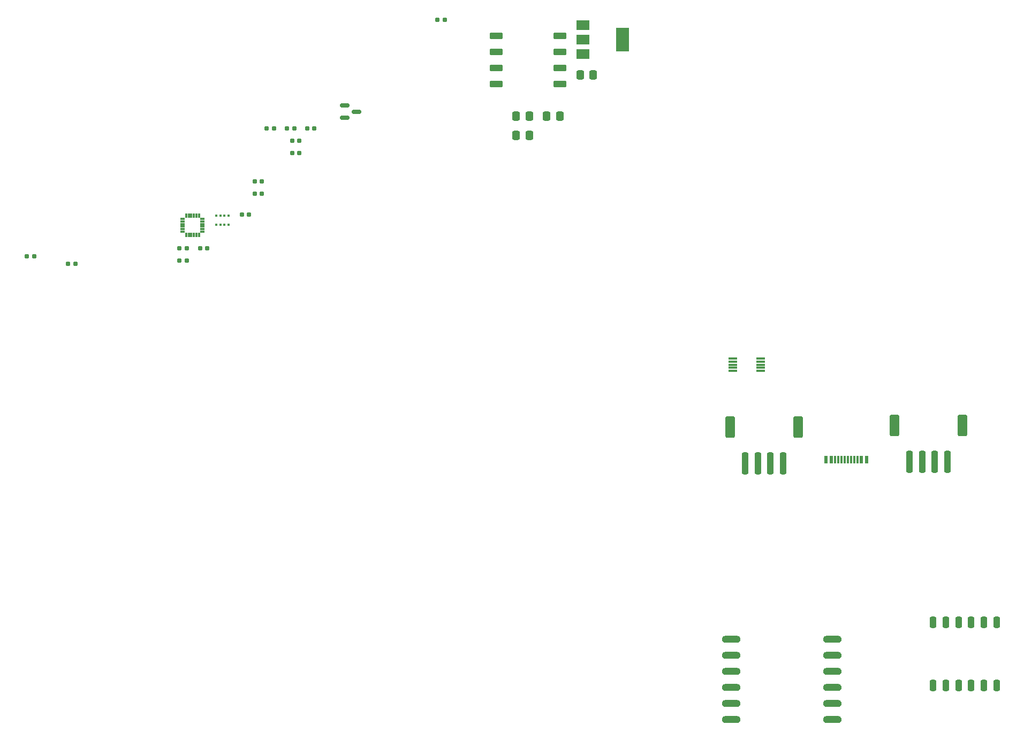
<source format=gbr>
%TF.GenerationSoftware,KiCad,Pcbnew,(6.0.1)*%
%TF.CreationDate,2022-02-28T23:17:01+05:30*%
%TF.ProjectId,ProIMU_V1,50726f49-4d55-45f5-9631-2e6b69636164,rev?*%
%TF.SameCoordinates,Original*%
%TF.FileFunction,Paste,Top*%
%TF.FilePolarity,Positive*%
%FSLAX46Y46*%
G04 Gerber Fmt 4.6, Leading zero omitted, Abs format (unit mm)*
G04 Created by KiCad (PCBNEW (6.0.1)) date 2022-02-28 23:17:01*
%MOMM*%
%LPD*%
G01*
G04 APERTURE LIST*
G04 Aperture macros list*
%AMRoundRect*
0 Rectangle with rounded corners*
0 $1 Rounding radius*
0 $2 $3 $4 $5 $6 $7 $8 $9 X,Y pos of 4 corners*
0 Add a 4 corners polygon primitive as box body*
4,1,4,$2,$3,$4,$5,$6,$7,$8,$9,$2,$3,0*
0 Add four circle primitives for the rounded corners*
1,1,$1+$1,$2,$3*
1,1,$1+$1,$4,$5*
1,1,$1+$1,$6,$7*
1,1,$1+$1,$8,$9*
0 Add four rect primitives between the rounded corners*
20,1,$1+$1,$2,$3,$4,$5,0*
20,1,$1+$1,$4,$5,$6,$7,0*
20,1,$1+$1,$6,$7,$8,$9,0*
20,1,$1+$1,$8,$9,$2,$3,0*%
G04 Aperture macros list end*
%ADD10C,0.000100*%
%ADD11RoundRect,0.155000X-0.212500X-0.155000X0.212500X-0.155000X0.212500X0.155000X-0.212500X0.155000X0*%
%ADD12RoundRect,0.006600X-0.313400X-0.103400X0.313400X-0.103400X0.313400X0.103400X-0.313400X0.103400X0*%
%ADD13RoundRect,0.006600X0.103400X-0.313400X0.103400X0.313400X-0.103400X0.313400X-0.103400X-0.313400X0*%
%ADD14RoundRect,0.006600X0.313400X0.103400X-0.313400X0.103400X-0.313400X-0.103400X0.313400X-0.103400X0*%
%ADD15RoundRect,0.006600X-0.103400X0.313400X-0.103400X-0.313400X0.103400X-0.313400X0.103400X0.313400X0*%
%ADD16R,0.600000X1.150000*%
%ADD17R,0.300000X1.150000*%
%ADD18R,2.000000X1.500000*%
%ADD19R,2.000000X3.800000*%
%ADD20RoundRect,0.160000X-0.197500X-0.160000X0.197500X-0.160000X0.197500X0.160000X-0.197500X0.160000X0*%
%ADD21RoundRect,0.250000X-0.337500X-0.475000X0.337500X-0.475000X0.337500X0.475000X-0.337500X0.475000X0*%
%ADD22RoundRect,0.250000X0.250000X1.500000X-0.250000X1.500000X-0.250000X-1.500000X0.250000X-1.500000X0*%
%ADD23RoundRect,0.250001X0.499999X1.449999X-0.499999X1.449999X-0.499999X-1.449999X0.499999X-1.449999X0*%
%ADD24RoundRect,0.250000X-0.250000X0.650000X-0.250000X-0.650000X0.250000X-0.650000X0.250000X0.650000X0*%
%ADD25RoundRect,0.130000X-0.920000X-0.370000X0.920000X-0.370000X0.920000X0.370000X-0.920000X0.370000X0*%
%ADD26R,1.400000X0.300000*%
%ADD27R,0.355600X0.355600*%
%ADD28RoundRect,0.150000X-0.587500X-0.150000X0.587500X-0.150000X0.587500X0.150000X-0.587500X0.150000X0*%
G04 APERTURE END LIST*
D10*
%TO.C,U9*%
X130250000Y-117940000D02*
X131150000Y-117940000D01*
X131150000Y-117940000D02*
X131202000Y-117943000D01*
X131202000Y-117943000D02*
X131254000Y-117951000D01*
X131254000Y-117951000D02*
X131305000Y-117964000D01*
X131305000Y-117964000D02*
X131353000Y-117983000D01*
X131353000Y-117983000D02*
X131400000Y-118007000D01*
X131400000Y-118007000D02*
X131444000Y-118035000D01*
X131444000Y-118035000D02*
X131485000Y-118068000D01*
X131485000Y-118068000D02*
X131522000Y-118105000D01*
X131522000Y-118105000D02*
X131555000Y-118146000D01*
X131555000Y-118146000D02*
X131583000Y-118190000D01*
X131583000Y-118190000D02*
X131607000Y-118237000D01*
X131607000Y-118237000D02*
X131626000Y-118285000D01*
X131626000Y-118285000D02*
X131639000Y-118336000D01*
X131639000Y-118336000D02*
X131647000Y-118388000D01*
X131647000Y-118388000D02*
X131650000Y-118440000D01*
X131650000Y-118440000D02*
X131647000Y-118492000D01*
X131647000Y-118492000D02*
X131639000Y-118544000D01*
X131639000Y-118544000D02*
X131626000Y-118595000D01*
X131626000Y-118595000D02*
X131607000Y-118643000D01*
X131607000Y-118643000D02*
X131583000Y-118690000D01*
X131583000Y-118690000D02*
X131555000Y-118734000D01*
X131555000Y-118734000D02*
X131522000Y-118775000D01*
X131522000Y-118775000D02*
X131485000Y-118812000D01*
X131485000Y-118812000D02*
X131444000Y-118845000D01*
X131444000Y-118845000D02*
X131400000Y-118873000D01*
X131400000Y-118873000D02*
X131353000Y-118897000D01*
X131353000Y-118897000D02*
X131305000Y-118916000D01*
X131305000Y-118916000D02*
X131254000Y-118929000D01*
X131254000Y-118929000D02*
X131202000Y-118937000D01*
X131202000Y-118937000D02*
X131150000Y-118940000D01*
X131150000Y-118940000D02*
X129350000Y-118940000D01*
X129350000Y-118940000D02*
X129298000Y-118937000D01*
X129298000Y-118937000D02*
X129246000Y-118929000D01*
X129246000Y-118929000D02*
X129195000Y-118916000D01*
X129195000Y-118916000D02*
X129147000Y-118897000D01*
X129147000Y-118897000D02*
X129100000Y-118873000D01*
X129100000Y-118873000D02*
X129056000Y-118845000D01*
X129056000Y-118845000D02*
X129015000Y-118812000D01*
X129015000Y-118812000D02*
X128978000Y-118775000D01*
X128978000Y-118775000D02*
X128945000Y-118734000D01*
X128945000Y-118734000D02*
X128917000Y-118690000D01*
X128917000Y-118690000D02*
X128893000Y-118643000D01*
X128893000Y-118643000D02*
X128874000Y-118595000D01*
X128874000Y-118595000D02*
X128861000Y-118544000D01*
X128861000Y-118544000D02*
X128853000Y-118492000D01*
X128853000Y-118492000D02*
X128850000Y-118440000D01*
X128850000Y-118440000D02*
X128853000Y-118388000D01*
X128853000Y-118388000D02*
X128861000Y-118336000D01*
X128861000Y-118336000D02*
X128874000Y-118285000D01*
X128874000Y-118285000D02*
X128893000Y-118237000D01*
X128893000Y-118237000D02*
X128917000Y-118190000D01*
X128917000Y-118190000D02*
X128945000Y-118146000D01*
X128945000Y-118146000D02*
X128978000Y-118105000D01*
X128978000Y-118105000D02*
X129015000Y-118068000D01*
X129015000Y-118068000D02*
X129056000Y-118035000D01*
X129056000Y-118035000D02*
X129100000Y-118007000D01*
X129100000Y-118007000D02*
X129147000Y-117983000D01*
X129147000Y-117983000D02*
X129195000Y-117964000D01*
X129195000Y-117964000D02*
X129246000Y-117951000D01*
X129246000Y-117951000D02*
X129298000Y-117943000D01*
X129298000Y-117943000D02*
X129350000Y-117940000D01*
X129350000Y-117940000D02*
X130250000Y-117940000D01*
X130250000Y-117940000D02*
X130250000Y-117940000D01*
G36*
X131202000Y-117943000D02*
G01*
X131254000Y-117951000D01*
X131305000Y-117964000D01*
X131353000Y-117983000D01*
X131400000Y-118007000D01*
X131444000Y-118035000D01*
X131485000Y-118068000D01*
X131522000Y-118105000D01*
X131555000Y-118146000D01*
X131583000Y-118190000D01*
X131607000Y-118237000D01*
X131626000Y-118285000D01*
X131639000Y-118336000D01*
X131647000Y-118388000D01*
X131650000Y-118440000D01*
X131647000Y-118492000D01*
X131639000Y-118544000D01*
X131626000Y-118595000D01*
X131607000Y-118643000D01*
X131583000Y-118690000D01*
X131555000Y-118734000D01*
X131522000Y-118775000D01*
X131485000Y-118812000D01*
X131444000Y-118845000D01*
X131400000Y-118873000D01*
X131353000Y-118897000D01*
X131305000Y-118916000D01*
X131254000Y-118929000D01*
X131202000Y-118937000D01*
X131150000Y-118940000D01*
X129350000Y-118940000D01*
X129298000Y-118937000D01*
X129246000Y-118929000D01*
X129195000Y-118916000D01*
X129147000Y-118897000D01*
X129100000Y-118873000D01*
X129056000Y-118845000D01*
X129015000Y-118812000D01*
X128978000Y-118775000D01*
X128945000Y-118734000D01*
X128917000Y-118690000D01*
X128893000Y-118643000D01*
X128874000Y-118595000D01*
X128861000Y-118544000D01*
X128853000Y-118492000D01*
X128850000Y-118440000D01*
X128853000Y-118388000D01*
X128861000Y-118336000D01*
X128874000Y-118285000D01*
X128893000Y-118237000D01*
X128917000Y-118190000D01*
X128945000Y-118146000D01*
X128978000Y-118105000D01*
X129015000Y-118068000D01*
X129056000Y-118035000D01*
X129100000Y-118007000D01*
X129147000Y-117983000D01*
X129195000Y-117964000D01*
X129246000Y-117951000D01*
X129298000Y-117943000D01*
X129350000Y-117940000D01*
X131150000Y-117940000D01*
X131202000Y-117943000D01*
G37*
X131202000Y-117943000D02*
X131254000Y-117951000D01*
X131305000Y-117964000D01*
X131353000Y-117983000D01*
X131400000Y-118007000D01*
X131444000Y-118035000D01*
X131485000Y-118068000D01*
X131522000Y-118105000D01*
X131555000Y-118146000D01*
X131583000Y-118190000D01*
X131607000Y-118237000D01*
X131626000Y-118285000D01*
X131639000Y-118336000D01*
X131647000Y-118388000D01*
X131650000Y-118440000D01*
X131647000Y-118492000D01*
X131639000Y-118544000D01*
X131626000Y-118595000D01*
X131607000Y-118643000D01*
X131583000Y-118690000D01*
X131555000Y-118734000D01*
X131522000Y-118775000D01*
X131485000Y-118812000D01*
X131444000Y-118845000D01*
X131400000Y-118873000D01*
X131353000Y-118897000D01*
X131305000Y-118916000D01*
X131254000Y-118929000D01*
X131202000Y-118937000D01*
X131150000Y-118940000D01*
X129350000Y-118940000D01*
X129298000Y-118937000D01*
X129246000Y-118929000D01*
X129195000Y-118916000D01*
X129147000Y-118897000D01*
X129100000Y-118873000D01*
X129056000Y-118845000D01*
X129015000Y-118812000D01*
X128978000Y-118775000D01*
X128945000Y-118734000D01*
X128917000Y-118690000D01*
X128893000Y-118643000D01*
X128874000Y-118595000D01*
X128861000Y-118544000D01*
X128853000Y-118492000D01*
X128850000Y-118440000D01*
X128853000Y-118388000D01*
X128861000Y-118336000D01*
X128874000Y-118285000D01*
X128893000Y-118237000D01*
X128917000Y-118190000D01*
X128945000Y-118146000D01*
X128978000Y-118105000D01*
X129015000Y-118068000D01*
X129056000Y-118035000D01*
X129100000Y-118007000D01*
X129147000Y-117983000D01*
X129195000Y-117964000D01*
X129246000Y-117951000D01*
X129298000Y-117943000D01*
X129350000Y-117940000D01*
X131150000Y-117940000D01*
X131202000Y-117943000D01*
X130250000Y-128100000D02*
X131150000Y-128100000D01*
X131150000Y-128100000D02*
X131202000Y-128103000D01*
X131202000Y-128103000D02*
X131254000Y-128111000D01*
X131254000Y-128111000D02*
X131305000Y-128124000D01*
X131305000Y-128124000D02*
X131353000Y-128143000D01*
X131353000Y-128143000D02*
X131400000Y-128167000D01*
X131400000Y-128167000D02*
X131444000Y-128195000D01*
X131444000Y-128195000D02*
X131485000Y-128228000D01*
X131485000Y-128228000D02*
X131522000Y-128265000D01*
X131522000Y-128265000D02*
X131555000Y-128306000D01*
X131555000Y-128306000D02*
X131583000Y-128350000D01*
X131583000Y-128350000D02*
X131607000Y-128397000D01*
X131607000Y-128397000D02*
X131626000Y-128445000D01*
X131626000Y-128445000D02*
X131639000Y-128496000D01*
X131639000Y-128496000D02*
X131647000Y-128548000D01*
X131647000Y-128548000D02*
X131650000Y-128600000D01*
X131650000Y-128600000D02*
X131647000Y-128652000D01*
X131647000Y-128652000D02*
X131639000Y-128704000D01*
X131639000Y-128704000D02*
X131626000Y-128755000D01*
X131626000Y-128755000D02*
X131607000Y-128803000D01*
X131607000Y-128803000D02*
X131583000Y-128850000D01*
X131583000Y-128850000D02*
X131555000Y-128894000D01*
X131555000Y-128894000D02*
X131522000Y-128935000D01*
X131522000Y-128935000D02*
X131485000Y-128972000D01*
X131485000Y-128972000D02*
X131444000Y-129005000D01*
X131444000Y-129005000D02*
X131400000Y-129033000D01*
X131400000Y-129033000D02*
X131353000Y-129057000D01*
X131353000Y-129057000D02*
X131305000Y-129076000D01*
X131305000Y-129076000D02*
X131254000Y-129089000D01*
X131254000Y-129089000D02*
X131202000Y-129097000D01*
X131202000Y-129097000D02*
X131150000Y-129100000D01*
X131150000Y-129100000D02*
X129350000Y-129100000D01*
X129350000Y-129100000D02*
X129298000Y-129097000D01*
X129298000Y-129097000D02*
X129246000Y-129089000D01*
X129246000Y-129089000D02*
X129195000Y-129076000D01*
X129195000Y-129076000D02*
X129147000Y-129057000D01*
X129147000Y-129057000D02*
X129100000Y-129033000D01*
X129100000Y-129033000D02*
X129056000Y-129005000D01*
X129056000Y-129005000D02*
X129015000Y-128972000D01*
X129015000Y-128972000D02*
X128978000Y-128935000D01*
X128978000Y-128935000D02*
X128945000Y-128894000D01*
X128945000Y-128894000D02*
X128917000Y-128850000D01*
X128917000Y-128850000D02*
X128893000Y-128803000D01*
X128893000Y-128803000D02*
X128874000Y-128755000D01*
X128874000Y-128755000D02*
X128861000Y-128704000D01*
X128861000Y-128704000D02*
X128853000Y-128652000D01*
X128853000Y-128652000D02*
X128850000Y-128600000D01*
X128850000Y-128600000D02*
X128853000Y-128548000D01*
X128853000Y-128548000D02*
X128861000Y-128496000D01*
X128861000Y-128496000D02*
X128874000Y-128445000D01*
X128874000Y-128445000D02*
X128893000Y-128397000D01*
X128893000Y-128397000D02*
X128917000Y-128350000D01*
X128917000Y-128350000D02*
X128945000Y-128306000D01*
X128945000Y-128306000D02*
X128978000Y-128265000D01*
X128978000Y-128265000D02*
X129015000Y-128228000D01*
X129015000Y-128228000D02*
X129056000Y-128195000D01*
X129056000Y-128195000D02*
X129100000Y-128167000D01*
X129100000Y-128167000D02*
X129147000Y-128143000D01*
X129147000Y-128143000D02*
X129195000Y-128124000D01*
X129195000Y-128124000D02*
X129246000Y-128111000D01*
X129246000Y-128111000D02*
X129298000Y-128103000D01*
X129298000Y-128103000D02*
X129350000Y-128100000D01*
X129350000Y-128100000D02*
X130250000Y-128100000D01*
X130250000Y-128100000D02*
X130250000Y-128100000D01*
G36*
X131202000Y-128103000D02*
G01*
X131254000Y-128111000D01*
X131305000Y-128124000D01*
X131353000Y-128143000D01*
X131400000Y-128167000D01*
X131444000Y-128195000D01*
X131485000Y-128228000D01*
X131522000Y-128265000D01*
X131555000Y-128306000D01*
X131583000Y-128350000D01*
X131607000Y-128397000D01*
X131626000Y-128445000D01*
X131639000Y-128496000D01*
X131647000Y-128548000D01*
X131650000Y-128600000D01*
X131647000Y-128652000D01*
X131639000Y-128704000D01*
X131626000Y-128755000D01*
X131607000Y-128803000D01*
X131583000Y-128850000D01*
X131555000Y-128894000D01*
X131522000Y-128935000D01*
X131485000Y-128972000D01*
X131444000Y-129005000D01*
X131400000Y-129033000D01*
X131353000Y-129057000D01*
X131305000Y-129076000D01*
X131254000Y-129089000D01*
X131202000Y-129097000D01*
X131150000Y-129100000D01*
X129350000Y-129100000D01*
X129298000Y-129097000D01*
X129246000Y-129089000D01*
X129195000Y-129076000D01*
X129147000Y-129057000D01*
X129100000Y-129033000D01*
X129056000Y-129005000D01*
X129015000Y-128972000D01*
X128978000Y-128935000D01*
X128945000Y-128894000D01*
X128917000Y-128850000D01*
X128893000Y-128803000D01*
X128874000Y-128755000D01*
X128861000Y-128704000D01*
X128853000Y-128652000D01*
X128850000Y-128600000D01*
X128853000Y-128548000D01*
X128861000Y-128496000D01*
X128874000Y-128445000D01*
X128893000Y-128397000D01*
X128917000Y-128350000D01*
X128945000Y-128306000D01*
X128978000Y-128265000D01*
X129015000Y-128228000D01*
X129056000Y-128195000D01*
X129100000Y-128167000D01*
X129147000Y-128143000D01*
X129195000Y-128124000D01*
X129246000Y-128111000D01*
X129298000Y-128103000D01*
X129350000Y-128100000D01*
X131150000Y-128100000D01*
X131202000Y-128103000D01*
G37*
X131202000Y-128103000D02*
X131254000Y-128111000D01*
X131305000Y-128124000D01*
X131353000Y-128143000D01*
X131400000Y-128167000D01*
X131444000Y-128195000D01*
X131485000Y-128228000D01*
X131522000Y-128265000D01*
X131555000Y-128306000D01*
X131583000Y-128350000D01*
X131607000Y-128397000D01*
X131626000Y-128445000D01*
X131639000Y-128496000D01*
X131647000Y-128548000D01*
X131650000Y-128600000D01*
X131647000Y-128652000D01*
X131639000Y-128704000D01*
X131626000Y-128755000D01*
X131607000Y-128803000D01*
X131583000Y-128850000D01*
X131555000Y-128894000D01*
X131522000Y-128935000D01*
X131485000Y-128972000D01*
X131444000Y-129005000D01*
X131400000Y-129033000D01*
X131353000Y-129057000D01*
X131305000Y-129076000D01*
X131254000Y-129089000D01*
X131202000Y-129097000D01*
X131150000Y-129100000D01*
X129350000Y-129100000D01*
X129298000Y-129097000D01*
X129246000Y-129089000D01*
X129195000Y-129076000D01*
X129147000Y-129057000D01*
X129100000Y-129033000D01*
X129056000Y-129005000D01*
X129015000Y-128972000D01*
X128978000Y-128935000D01*
X128945000Y-128894000D01*
X128917000Y-128850000D01*
X128893000Y-128803000D01*
X128874000Y-128755000D01*
X128861000Y-128704000D01*
X128853000Y-128652000D01*
X128850000Y-128600000D01*
X128853000Y-128548000D01*
X128861000Y-128496000D01*
X128874000Y-128445000D01*
X128893000Y-128397000D01*
X128917000Y-128350000D01*
X128945000Y-128306000D01*
X128978000Y-128265000D01*
X129015000Y-128228000D01*
X129056000Y-128195000D01*
X129100000Y-128167000D01*
X129147000Y-128143000D01*
X129195000Y-128124000D01*
X129246000Y-128111000D01*
X129298000Y-128103000D01*
X129350000Y-128100000D01*
X131150000Y-128100000D01*
X131202000Y-128103000D01*
X146250000Y-128100000D02*
X147150000Y-128100000D01*
X147150000Y-128100000D02*
X147202000Y-128103000D01*
X147202000Y-128103000D02*
X147254000Y-128111000D01*
X147254000Y-128111000D02*
X147305000Y-128124000D01*
X147305000Y-128124000D02*
X147353000Y-128143000D01*
X147353000Y-128143000D02*
X147400000Y-128167000D01*
X147400000Y-128167000D02*
X147444000Y-128195000D01*
X147444000Y-128195000D02*
X147485000Y-128228000D01*
X147485000Y-128228000D02*
X147522000Y-128265000D01*
X147522000Y-128265000D02*
X147555000Y-128306000D01*
X147555000Y-128306000D02*
X147583000Y-128350000D01*
X147583000Y-128350000D02*
X147607000Y-128397000D01*
X147607000Y-128397000D02*
X147626000Y-128445000D01*
X147626000Y-128445000D02*
X147639000Y-128496000D01*
X147639000Y-128496000D02*
X147647000Y-128548000D01*
X147647000Y-128548000D02*
X147650000Y-128600000D01*
X147650000Y-128600000D02*
X147647000Y-128652000D01*
X147647000Y-128652000D02*
X147639000Y-128704000D01*
X147639000Y-128704000D02*
X147626000Y-128755000D01*
X147626000Y-128755000D02*
X147607000Y-128803000D01*
X147607000Y-128803000D02*
X147583000Y-128850000D01*
X147583000Y-128850000D02*
X147555000Y-128894000D01*
X147555000Y-128894000D02*
X147522000Y-128935000D01*
X147522000Y-128935000D02*
X147485000Y-128972000D01*
X147485000Y-128972000D02*
X147444000Y-129005000D01*
X147444000Y-129005000D02*
X147400000Y-129033000D01*
X147400000Y-129033000D02*
X147353000Y-129057000D01*
X147353000Y-129057000D02*
X147305000Y-129076000D01*
X147305000Y-129076000D02*
X147254000Y-129089000D01*
X147254000Y-129089000D02*
X147202000Y-129097000D01*
X147202000Y-129097000D02*
X147150000Y-129100000D01*
X147150000Y-129100000D02*
X145350000Y-129100000D01*
X145350000Y-129100000D02*
X145298000Y-129097000D01*
X145298000Y-129097000D02*
X145246000Y-129089000D01*
X145246000Y-129089000D02*
X145195000Y-129076000D01*
X145195000Y-129076000D02*
X145147000Y-129057000D01*
X145147000Y-129057000D02*
X145100000Y-129033000D01*
X145100000Y-129033000D02*
X145056000Y-129005000D01*
X145056000Y-129005000D02*
X145015000Y-128972000D01*
X145015000Y-128972000D02*
X144978000Y-128935000D01*
X144978000Y-128935000D02*
X144945000Y-128894000D01*
X144945000Y-128894000D02*
X144917000Y-128850000D01*
X144917000Y-128850000D02*
X144893000Y-128803000D01*
X144893000Y-128803000D02*
X144874000Y-128755000D01*
X144874000Y-128755000D02*
X144861000Y-128704000D01*
X144861000Y-128704000D02*
X144853000Y-128652000D01*
X144853000Y-128652000D02*
X144850000Y-128600000D01*
X144850000Y-128600000D02*
X144853000Y-128548000D01*
X144853000Y-128548000D02*
X144861000Y-128496000D01*
X144861000Y-128496000D02*
X144874000Y-128445000D01*
X144874000Y-128445000D02*
X144893000Y-128397000D01*
X144893000Y-128397000D02*
X144917000Y-128350000D01*
X144917000Y-128350000D02*
X144945000Y-128306000D01*
X144945000Y-128306000D02*
X144978000Y-128265000D01*
X144978000Y-128265000D02*
X145015000Y-128228000D01*
X145015000Y-128228000D02*
X145056000Y-128195000D01*
X145056000Y-128195000D02*
X145100000Y-128167000D01*
X145100000Y-128167000D02*
X145147000Y-128143000D01*
X145147000Y-128143000D02*
X145195000Y-128124000D01*
X145195000Y-128124000D02*
X145246000Y-128111000D01*
X145246000Y-128111000D02*
X145298000Y-128103000D01*
X145298000Y-128103000D02*
X145350000Y-128100000D01*
X145350000Y-128100000D02*
X146250000Y-128100000D01*
X146250000Y-128100000D02*
X146250000Y-128100000D01*
G36*
X147202000Y-128103000D02*
G01*
X147254000Y-128111000D01*
X147305000Y-128124000D01*
X147353000Y-128143000D01*
X147400000Y-128167000D01*
X147444000Y-128195000D01*
X147485000Y-128228000D01*
X147522000Y-128265000D01*
X147555000Y-128306000D01*
X147583000Y-128350000D01*
X147607000Y-128397000D01*
X147626000Y-128445000D01*
X147639000Y-128496000D01*
X147647000Y-128548000D01*
X147650000Y-128600000D01*
X147647000Y-128652000D01*
X147639000Y-128704000D01*
X147626000Y-128755000D01*
X147607000Y-128803000D01*
X147583000Y-128850000D01*
X147555000Y-128894000D01*
X147522000Y-128935000D01*
X147485000Y-128972000D01*
X147444000Y-129005000D01*
X147400000Y-129033000D01*
X147353000Y-129057000D01*
X147305000Y-129076000D01*
X147254000Y-129089000D01*
X147202000Y-129097000D01*
X147150000Y-129100000D01*
X145350000Y-129100000D01*
X145298000Y-129097000D01*
X145246000Y-129089000D01*
X145195000Y-129076000D01*
X145147000Y-129057000D01*
X145100000Y-129033000D01*
X145056000Y-129005000D01*
X145015000Y-128972000D01*
X144978000Y-128935000D01*
X144945000Y-128894000D01*
X144917000Y-128850000D01*
X144893000Y-128803000D01*
X144874000Y-128755000D01*
X144861000Y-128704000D01*
X144853000Y-128652000D01*
X144850000Y-128600000D01*
X144853000Y-128548000D01*
X144861000Y-128496000D01*
X144874000Y-128445000D01*
X144893000Y-128397000D01*
X144917000Y-128350000D01*
X144945000Y-128306000D01*
X144978000Y-128265000D01*
X145015000Y-128228000D01*
X145056000Y-128195000D01*
X145100000Y-128167000D01*
X145147000Y-128143000D01*
X145195000Y-128124000D01*
X145246000Y-128111000D01*
X145298000Y-128103000D01*
X145350000Y-128100000D01*
X147150000Y-128100000D01*
X147202000Y-128103000D01*
G37*
X147202000Y-128103000D02*
X147254000Y-128111000D01*
X147305000Y-128124000D01*
X147353000Y-128143000D01*
X147400000Y-128167000D01*
X147444000Y-128195000D01*
X147485000Y-128228000D01*
X147522000Y-128265000D01*
X147555000Y-128306000D01*
X147583000Y-128350000D01*
X147607000Y-128397000D01*
X147626000Y-128445000D01*
X147639000Y-128496000D01*
X147647000Y-128548000D01*
X147650000Y-128600000D01*
X147647000Y-128652000D01*
X147639000Y-128704000D01*
X147626000Y-128755000D01*
X147607000Y-128803000D01*
X147583000Y-128850000D01*
X147555000Y-128894000D01*
X147522000Y-128935000D01*
X147485000Y-128972000D01*
X147444000Y-129005000D01*
X147400000Y-129033000D01*
X147353000Y-129057000D01*
X147305000Y-129076000D01*
X147254000Y-129089000D01*
X147202000Y-129097000D01*
X147150000Y-129100000D01*
X145350000Y-129100000D01*
X145298000Y-129097000D01*
X145246000Y-129089000D01*
X145195000Y-129076000D01*
X145147000Y-129057000D01*
X145100000Y-129033000D01*
X145056000Y-129005000D01*
X145015000Y-128972000D01*
X144978000Y-128935000D01*
X144945000Y-128894000D01*
X144917000Y-128850000D01*
X144893000Y-128803000D01*
X144874000Y-128755000D01*
X144861000Y-128704000D01*
X144853000Y-128652000D01*
X144850000Y-128600000D01*
X144853000Y-128548000D01*
X144861000Y-128496000D01*
X144874000Y-128445000D01*
X144893000Y-128397000D01*
X144917000Y-128350000D01*
X144945000Y-128306000D01*
X144978000Y-128265000D01*
X145015000Y-128228000D01*
X145056000Y-128195000D01*
X145100000Y-128167000D01*
X145147000Y-128143000D01*
X145195000Y-128124000D01*
X145246000Y-128111000D01*
X145298000Y-128103000D01*
X145350000Y-128100000D01*
X147150000Y-128100000D01*
X147202000Y-128103000D01*
X146250000Y-120480000D02*
X147150000Y-120480000D01*
X147150000Y-120480000D02*
X147202000Y-120483000D01*
X147202000Y-120483000D02*
X147254000Y-120491000D01*
X147254000Y-120491000D02*
X147305000Y-120504000D01*
X147305000Y-120504000D02*
X147353000Y-120523000D01*
X147353000Y-120523000D02*
X147400000Y-120547000D01*
X147400000Y-120547000D02*
X147444000Y-120575000D01*
X147444000Y-120575000D02*
X147485000Y-120608000D01*
X147485000Y-120608000D02*
X147522000Y-120645000D01*
X147522000Y-120645000D02*
X147555000Y-120686000D01*
X147555000Y-120686000D02*
X147583000Y-120730000D01*
X147583000Y-120730000D02*
X147607000Y-120777000D01*
X147607000Y-120777000D02*
X147626000Y-120825000D01*
X147626000Y-120825000D02*
X147639000Y-120876000D01*
X147639000Y-120876000D02*
X147647000Y-120928000D01*
X147647000Y-120928000D02*
X147650000Y-120980000D01*
X147650000Y-120980000D02*
X147647000Y-121032000D01*
X147647000Y-121032000D02*
X147639000Y-121084000D01*
X147639000Y-121084000D02*
X147626000Y-121135000D01*
X147626000Y-121135000D02*
X147607000Y-121183000D01*
X147607000Y-121183000D02*
X147583000Y-121230000D01*
X147583000Y-121230000D02*
X147555000Y-121274000D01*
X147555000Y-121274000D02*
X147522000Y-121315000D01*
X147522000Y-121315000D02*
X147485000Y-121352000D01*
X147485000Y-121352000D02*
X147444000Y-121385000D01*
X147444000Y-121385000D02*
X147400000Y-121413000D01*
X147400000Y-121413000D02*
X147353000Y-121437000D01*
X147353000Y-121437000D02*
X147305000Y-121456000D01*
X147305000Y-121456000D02*
X147254000Y-121469000D01*
X147254000Y-121469000D02*
X147202000Y-121477000D01*
X147202000Y-121477000D02*
X147150000Y-121480000D01*
X147150000Y-121480000D02*
X145350000Y-121480000D01*
X145350000Y-121480000D02*
X145298000Y-121477000D01*
X145298000Y-121477000D02*
X145246000Y-121469000D01*
X145246000Y-121469000D02*
X145195000Y-121456000D01*
X145195000Y-121456000D02*
X145147000Y-121437000D01*
X145147000Y-121437000D02*
X145100000Y-121413000D01*
X145100000Y-121413000D02*
X145056000Y-121385000D01*
X145056000Y-121385000D02*
X145015000Y-121352000D01*
X145015000Y-121352000D02*
X144978000Y-121315000D01*
X144978000Y-121315000D02*
X144945000Y-121274000D01*
X144945000Y-121274000D02*
X144917000Y-121230000D01*
X144917000Y-121230000D02*
X144893000Y-121183000D01*
X144893000Y-121183000D02*
X144874000Y-121135000D01*
X144874000Y-121135000D02*
X144861000Y-121084000D01*
X144861000Y-121084000D02*
X144853000Y-121032000D01*
X144853000Y-121032000D02*
X144850000Y-120980000D01*
X144850000Y-120980000D02*
X144853000Y-120928000D01*
X144853000Y-120928000D02*
X144861000Y-120876000D01*
X144861000Y-120876000D02*
X144874000Y-120825000D01*
X144874000Y-120825000D02*
X144893000Y-120777000D01*
X144893000Y-120777000D02*
X144917000Y-120730000D01*
X144917000Y-120730000D02*
X144945000Y-120686000D01*
X144945000Y-120686000D02*
X144978000Y-120645000D01*
X144978000Y-120645000D02*
X145015000Y-120608000D01*
X145015000Y-120608000D02*
X145056000Y-120575000D01*
X145056000Y-120575000D02*
X145100000Y-120547000D01*
X145100000Y-120547000D02*
X145147000Y-120523000D01*
X145147000Y-120523000D02*
X145195000Y-120504000D01*
X145195000Y-120504000D02*
X145246000Y-120491000D01*
X145246000Y-120491000D02*
X145298000Y-120483000D01*
X145298000Y-120483000D02*
X145350000Y-120480000D01*
X145350000Y-120480000D02*
X146250000Y-120480000D01*
X146250000Y-120480000D02*
X146250000Y-120480000D01*
G36*
X147202000Y-120483000D02*
G01*
X147254000Y-120491000D01*
X147305000Y-120504000D01*
X147353000Y-120523000D01*
X147400000Y-120547000D01*
X147444000Y-120575000D01*
X147485000Y-120608000D01*
X147522000Y-120645000D01*
X147555000Y-120686000D01*
X147583000Y-120730000D01*
X147607000Y-120777000D01*
X147626000Y-120825000D01*
X147639000Y-120876000D01*
X147647000Y-120928000D01*
X147650000Y-120980000D01*
X147647000Y-121032000D01*
X147639000Y-121084000D01*
X147626000Y-121135000D01*
X147607000Y-121183000D01*
X147583000Y-121230000D01*
X147555000Y-121274000D01*
X147522000Y-121315000D01*
X147485000Y-121352000D01*
X147444000Y-121385000D01*
X147400000Y-121413000D01*
X147353000Y-121437000D01*
X147305000Y-121456000D01*
X147254000Y-121469000D01*
X147202000Y-121477000D01*
X147150000Y-121480000D01*
X145350000Y-121480000D01*
X145298000Y-121477000D01*
X145246000Y-121469000D01*
X145195000Y-121456000D01*
X145147000Y-121437000D01*
X145100000Y-121413000D01*
X145056000Y-121385000D01*
X145015000Y-121352000D01*
X144978000Y-121315000D01*
X144945000Y-121274000D01*
X144917000Y-121230000D01*
X144893000Y-121183000D01*
X144874000Y-121135000D01*
X144861000Y-121084000D01*
X144853000Y-121032000D01*
X144850000Y-120980000D01*
X144853000Y-120928000D01*
X144861000Y-120876000D01*
X144874000Y-120825000D01*
X144893000Y-120777000D01*
X144917000Y-120730000D01*
X144945000Y-120686000D01*
X144978000Y-120645000D01*
X145015000Y-120608000D01*
X145056000Y-120575000D01*
X145100000Y-120547000D01*
X145147000Y-120523000D01*
X145195000Y-120504000D01*
X145246000Y-120491000D01*
X145298000Y-120483000D01*
X145350000Y-120480000D01*
X147150000Y-120480000D01*
X147202000Y-120483000D01*
G37*
X147202000Y-120483000D02*
X147254000Y-120491000D01*
X147305000Y-120504000D01*
X147353000Y-120523000D01*
X147400000Y-120547000D01*
X147444000Y-120575000D01*
X147485000Y-120608000D01*
X147522000Y-120645000D01*
X147555000Y-120686000D01*
X147583000Y-120730000D01*
X147607000Y-120777000D01*
X147626000Y-120825000D01*
X147639000Y-120876000D01*
X147647000Y-120928000D01*
X147650000Y-120980000D01*
X147647000Y-121032000D01*
X147639000Y-121084000D01*
X147626000Y-121135000D01*
X147607000Y-121183000D01*
X147583000Y-121230000D01*
X147555000Y-121274000D01*
X147522000Y-121315000D01*
X147485000Y-121352000D01*
X147444000Y-121385000D01*
X147400000Y-121413000D01*
X147353000Y-121437000D01*
X147305000Y-121456000D01*
X147254000Y-121469000D01*
X147202000Y-121477000D01*
X147150000Y-121480000D01*
X145350000Y-121480000D01*
X145298000Y-121477000D01*
X145246000Y-121469000D01*
X145195000Y-121456000D01*
X145147000Y-121437000D01*
X145100000Y-121413000D01*
X145056000Y-121385000D01*
X145015000Y-121352000D01*
X144978000Y-121315000D01*
X144945000Y-121274000D01*
X144917000Y-121230000D01*
X144893000Y-121183000D01*
X144874000Y-121135000D01*
X144861000Y-121084000D01*
X144853000Y-121032000D01*
X144850000Y-120980000D01*
X144853000Y-120928000D01*
X144861000Y-120876000D01*
X144874000Y-120825000D01*
X144893000Y-120777000D01*
X144917000Y-120730000D01*
X144945000Y-120686000D01*
X144978000Y-120645000D01*
X145015000Y-120608000D01*
X145056000Y-120575000D01*
X145100000Y-120547000D01*
X145147000Y-120523000D01*
X145195000Y-120504000D01*
X145246000Y-120491000D01*
X145298000Y-120483000D01*
X145350000Y-120480000D01*
X147150000Y-120480000D01*
X147202000Y-120483000D01*
X146250000Y-125560000D02*
X147150000Y-125560000D01*
X147150000Y-125560000D02*
X147202000Y-125563000D01*
X147202000Y-125563000D02*
X147254000Y-125571000D01*
X147254000Y-125571000D02*
X147305000Y-125584000D01*
X147305000Y-125584000D02*
X147353000Y-125603000D01*
X147353000Y-125603000D02*
X147400000Y-125627000D01*
X147400000Y-125627000D02*
X147444000Y-125655000D01*
X147444000Y-125655000D02*
X147485000Y-125688000D01*
X147485000Y-125688000D02*
X147522000Y-125725000D01*
X147522000Y-125725000D02*
X147555000Y-125766000D01*
X147555000Y-125766000D02*
X147583000Y-125810000D01*
X147583000Y-125810000D02*
X147607000Y-125857000D01*
X147607000Y-125857000D02*
X147626000Y-125905000D01*
X147626000Y-125905000D02*
X147639000Y-125956000D01*
X147639000Y-125956000D02*
X147647000Y-126008000D01*
X147647000Y-126008000D02*
X147650000Y-126060000D01*
X147650000Y-126060000D02*
X147647000Y-126112000D01*
X147647000Y-126112000D02*
X147639000Y-126164000D01*
X147639000Y-126164000D02*
X147626000Y-126215000D01*
X147626000Y-126215000D02*
X147607000Y-126263000D01*
X147607000Y-126263000D02*
X147583000Y-126310000D01*
X147583000Y-126310000D02*
X147555000Y-126354000D01*
X147555000Y-126354000D02*
X147522000Y-126395000D01*
X147522000Y-126395000D02*
X147485000Y-126432000D01*
X147485000Y-126432000D02*
X147444000Y-126465000D01*
X147444000Y-126465000D02*
X147400000Y-126493000D01*
X147400000Y-126493000D02*
X147353000Y-126517000D01*
X147353000Y-126517000D02*
X147305000Y-126536000D01*
X147305000Y-126536000D02*
X147254000Y-126549000D01*
X147254000Y-126549000D02*
X147202000Y-126557000D01*
X147202000Y-126557000D02*
X147150000Y-126560000D01*
X147150000Y-126560000D02*
X145350000Y-126560000D01*
X145350000Y-126560000D02*
X145298000Y-126557000D01*
X145298000Y-126557000D02*
X145246000Y-126549000D01*
X145246000Y-126549000D02*
X145195000Y-126536000D01*
X145195000Y-126536000D02*
X145147000Y-126517000D01*
X145147000Y-126517000D02*
X145100000Y-126493000D01*
X145100000Y-126493000D02*
X145056000Y-126465000D01*
X145056000Y-126465000D02*
X145015000Y-126432000D01*
X145015000Y-126432000D02*
X144978000Y-126395000D01*
X144978000Y-126395000D02*
X144945000Y-126354000D01*
X144945000Y-126354000D02*
X144917000Y-126310000D01*
X144917000Y-126310000D02*
X144893000Y-126263000D01*
X144893000Y-126263000D02*
X144874000Y-126215000D01*
X144874000Y-126215000D02*
X144861000Y-126164000D01*
X144861000Y-126164000D02*
X144853000Y-126112000D01*
X144853000Y-126112000D02*
X144850000Y-126060000D01*
X144850000Y-126060000D02*
X144853000Y-126008000D01*
X144853000Y-126008000D02*
X144861000Y-125956000D01*
X144861000Y-125956000D02*
X144874000Y-125905000D01*
X144874000Y-125905000D02*
X144893000Y-125857000D01*
X144893000Y-125857000D02*
X144917000Y-125810000D01*
X144917000Y-125810000D02*
X144945000Y-125766000D01*
X144945000Y-125766000D02*
X144978000Y-125725000D01*
X144978000Y-125725000D02*
X145015000Y-125688000D01*
X145015000Y-125688000D02*
X145056000Y-125655000D01*
X145056000Y-125655000D02*
X145100000Y-125627000D01*
X145100000Y-125627000D02*
X145147000Y-125603000D01*
X145147000Y-125603000D02*
X145195000Y-125584000D01*
X145195000Y-125584000D02*
X145246000Y-125571000D01*
X145246000Y-125571000D02*
X145298000Y-125563000D01*
X145298000Y-125563000D02*
X145350000Y-125560000D01*
X145350000Y-125560000D02*
X146250000Y-125560000D01*
X146250000Y-125560000D02*
X146250000Y-125560000D01*
G36*
X147202000Y-125563000D02*
G01*
X147254000Y-125571000D01*
X147305000Y-125584000D01*
X147353000Y-125603000D01*
X147400000Y-125627000D01*
X147444000Y-125655000D01*
X147485000Y-125688000D01*
X147522000Y-125725000D01*
X147555000Y-125766000D01*
X147583000Y-125810000D01*
X147607000Y-125857000D01*
X147626000Y-125905000D01*
X147639000Y-125956000D01*
X147647000Y-126008000D01*
X147650000Y-126060000D01*
X147647000Y-126112000D01*
X147639000Y-126164000D01*
X147626000Y-126215000D01*
X147607000Y-126263000D01*
X147583000Y-126310000D01*
X147555000Y-126354000D01*
X147522000Y-126395000D01*
X147485000Y-126432000D01*
X147444000Y-126465000D01*
X147400000Y-126493000D01*
X147353000Y-126517000D01*
X147305000Y-126536000D01*
X147254000Y-126549000D01*
X147202000Y-126557000D01*
X147150000Y-126560000D01*
X145350000Y-126560000D01*
X145298000Y-126557000D01*
X145246000Y-126549000D01*
X145195000Y-126536000D01*
X145147000Y-126517000D01*
X145100000Y-126493000D01*
X145056000Y-126465000D01*
X145015000Y-126432000D01*
X144978000Y-126395000D01*
X144945000Y-126354000D01*
X144917000Y-126310000D01*
X144893000Y-126263000D01*
X144874000Y-126215000D01*
X144861000Y-126164000D01*
X144853000Y-126112000D01*
X144850000Y-126060000D01*
X144853000Y-126008000D01*
X144861000Y-125956000D01*
X144874000Y-125905000D01*
X144893000Y-125857000D01*
X144917000Y-125810000D01*
X144945000Y-125766000D01*
X144978000Y-125725000D01*
X145015000Y-125688000D01*
X145056000Y-125655000D01*
X145100000Y-125627000D01*
X145147000Y-125603000D01*
X145195000Y-125584000D01*
X145246000Y-125571000D01*
X145298000Y-125563000D01*
X145350000Y-125560000D01*
X147150000Y-125560000D01*
X147202000Y-125563000D01*
G37*
X147202000Y-125563000D02*
X147254000Y-125571000D01*
X147305000Y-125584000D01*
X147353000Y-125603000D01*
X147400000Y-125627000D01*
X147444000Y-125655000D01*
X147485000Y-125688000D01*
X147522000Y-125725000D01*
X147555000Y-125766000D01*
X147583000Y-125810000D01*
X147607000Y-125857000D01*
X147626000Y-125905000D01*
X147639000Y-125956000D01*
X147647000Y-126008000D01*
X147650000Y-126060000D01*
X147647000Y-126112000D01*
X147639000Y-126164000D01*
X147626000Y-126215000D01*
X147607000Y-126263000D01*
X147583000Y-126310000D01*
X147555000Y-126354000D01*
X147522000Y-126395000D01*
X147485000Y-126432000D01*
X147444000Y-126465000D01*
X147400000Y-126493000D01*
X147353000Y-126517000D01*
X147305000Y-126536000D01*
X147254000Y-126549000D01*
X147202000Y-126557000D01*
X147150000Y-126560000D01*
X145350000Y-126560000D01*
X145298000Y-126557000D01*
X145246000Y-126549000D01*
X145195000Y-126536000D01*
X145147000Y-126517000D01*
X145100000Y-126493000D01*
X145056000Y-126465000D01*
X145015000Y-126432000D01*
X144978000Y-126395000D01*
X144945000Y-126354000D01*
X144917000Y-126310000D01*
X144893000Y-126263000D01*
X144874000Y-126215000D01*
X144861000Y-126164000D01*
X144853000Y-126112000D01*
X144850000Y-126060000D01*
X144853000Y-126008000D01*
X144861000Y-125956000D01*
X144874000Y-125905000D01*
X144893000Y-125857000D01*
X144917000Y-125810000D01*
X144945000Y-125766000D01*
X144978000Y-125725000D01*
X145015000Y-125688000D01*
X145056000Y-125655000D01*
X145100000Y-125627000D01*
X145147000Y-125603000D01*
X145195000Y-125584000D01*
X145246000Y-125571000D01*
X145298000Y-125563000D01*
X145350000Y-125560000D01*
X147150000Y-125560000D01*
X147202000Y-125563000D01*
X130250000Y-115400000D02*
X131150000Y-115400000D01*
X131150000Y-115400000D02*
X131202000Y-115403000D01*
X131202000Y-115403000D02*
X131254000Y-115411000D01*
X131254000Y-115411000D02*
X131305000Y-115424000D01*
X131305000Y-115424000D02*
X131353000Y-115443000D01*
X131353000Y-115443000D02*
X131400000Y-115467000D01*
X131400000Y-115467000D02*
X131444000Y-115495000D01*
X131444000Y-115495000D02*
X131485000Y-115528000D01*
X131485000Y-115528000D02*
X131522000Y-115565000D01*
X131522000Y-115565000D02*
X131555000Y-115606000D01*
X131555000Y-115606000D02*
X131583000Y-115650000D01*
X131583000Y-115650000D02*
X131607000Y-115697000D01*
X131607000Y-115697000D02*
X131626000Y-115745000D01*
X131626000Y-115745000D02*
X131639000Y-115796000D01*
X131639000Y-115796000D02*
X131647000Y-115848000D01*
X131647000Y-115848000D02*
X131650000Y-115900000D01*
X131650000Y-115900000D02*
X131647000Y-115952000D01*
X131647000Y-115952000D02*
X131639000Y-116004000D01*
X131639000Y-116004000D02*
X131626000Y-116055000D01*
X131626000Y-116055000D02*
X131607000Y-116103000D01*
X131607000Y-116103000D02*
X131583000Y-116150000D01*
X131583000Y-116150000D02*
X131555000Y-116194000D01*
X131555000Y-116194000D02*
X131522000Y-116235000D01*
X131522000Y-116235000D02*
X131485000Y-116272000D01*
X131485000Y-116272000D02*
X131444000Y-116305000D01*
X131444000Y-116305000D02*
X131400000Y-116333000D01*
X131400000Y-116333000D02*
X131353000Y-116357000D01*
X131353000Y-116357000D02*
X131305000Y-116376000D01*
X131305000Y-116376000D02*
X131254000Y-116389000D01*
X131254000Y-116389000D02*
X131202000Y-116397000D01*
X131202000Y-116397000D02*
X131150000Y-116400000D01*
X131150000Y-116400000D02*
X129350000Y-116400000D01*
X129350000Y-116400000D02*
X129298000Y-116397000D01*
X129298000Y-116397000D02*
X129246000Y-116389000D01*
X129246000Y-116389000D02*
X129195000Y-116376000D01*
X129195000Y-116376000D02*
X129147000Y-116357000D01*
X129147000Y-116357000D02*
X129100000Y-116333000D01*
X129100000Y-116333000D02*
X129056000Y-116305000D01*
X129056000Y-116305000D02*
X129015000Y-116272000D01*
X129015000Y-116272000D02*
X128978000Y-116235000D01*
X128978000Y-116235000D02*
X128945000Y-116194000D01*
X128945000Y-116194000D02*
X128917000Y-116150000D01*
X128917000Y-116150000D02*
X128893000Y-116103000D01*
X128893000Y-116103000D02*
X128874000Y-116055000D01*
X128874000Y-116055000D02*
X128861000Y-116004000D01*
X128861000Y-116004000D02*
X128853000Y-115952000D01*
X128853000Y-115952000D02*
X128850000Y-115900000D01*
X128850000Y-115900000D02*
X128853000Y-115848000D01*
X128853000Y-115848000D02*
X128861000Y-115796000D01*
X128861000Y-115796000D02*
X128874000Y-115745000D01*
X128874000Y-115745000D02*
X128893000Y-115697000D01*
X128893000Y-115697000D02*
X128917000Y-115650000D01*
X128917000Y-115650000D02*
X128945000Y-115606000D01*
X128945000Y-115606000D02*
X128978000Y-115565000D01*
X128978000Y-115565000D02*
X129015000Y-115528000D01*
X129015000Y-115528000D02*
X129056000Y-115495000D01*
X129056000Y-115495000D02*
X129100000Y-115467000D01*
X129100000Y-115467000D02*
X129147000Y-115443000D01*
X129147000Y-115443000D02*
X129195000Y-115424000D01*
X129195000Y-115424000D02*
X129246000Y-115411000D01*
X129246000Y-115411000D02*
X129298000Y-115403000D01*
X129298000Y-115403000D02*
X129350000Y-115400000D01*
X129350000Y-115400000D02*
X130250000Y-115400000D01*
X130250000Y-115400000D02*
X130250000Y-115400000D01*
G36*
X131202000Y-115403000D02*
G01*
X131254000Y-115411000D01*
X131305000Y-115424000D01*
X131353000Y-115443000D01*
X131400000Y-115467000D01*
X131444000Y-115495000D01*
X131485000Y-115528000D01*
X131522000Y-115565000D01*
X131555000Y-115606000D01*
X131583000Y-115650000D01*
X131607000Y-115697000D01*
X131626000Y-115745000D01*
X131639000Y-115796000D01*
X131647000Y-115848000D01*
X131650000Y-115900000D01*
X131647000Y-115952000D01*
X131639000Y-116004000D01*
X131626000Y-116055000D01*
X131607000Y-116103000D01*
X131583000Y-116150000D01*
X131555000Y-116194000D01*
X131522000Y-116235000D01*
X131485000Y-116272000D01*
X131444000Y-116305000D01*
X131400000Y-116333000D01*
X131353000Y-116357000D01*
X131305000Y-116376000D01*
X131254000Y-116389000D01*
X131202000Y-116397000D01*
X131150000Y-116400000D01*
X129350000Y-116400000D01*
X129298000Y-116397000D01*
X129246000Y-116389000D01*
X129195000Y-116376000D01*
X129147000Y-116357000D01*
X129100000Y-116333000D01*
X129056000Y-116305000D01*
X129015000Y-116272000D01*
X128978000Y-116235000D01*
X128945000Y-116194000D01*
X128917000Y-116150000D01*
X128893000Y-116103000D01*
X128874000Y-116055000D01*
X128861000Y-116004000D01*
X128853000Y-115952000D01*
X128850000Y-115900000D01*
X128853000Y-115848000D01*
X128861000Y-115796000D01*
X128874000Y-115745000D01*
X128893000Y-115697000D01*
X128917000Y-115650000D01*
X128945000Y-115606000D01*
X128978000Y-115565000D01*
X129015000Y-115528000D01*
X129056000Y-115495000D01*
X129100000Y-115467000D01*
X129147000Y-115443000D01*
X129195000Y-115424000D01*
X129246000Y-115411000D01*
X129298000Y-115403000D01*
X129350000Y-115400000D01*
X131150000Y-115400000D01*
X131202000Y-115403000D01*
G37*
X131202000Y-115403000D02*
X131254000Y-115411000D01*
X131305000Y-115424000D01*
X131353000Y-115443000D01*
X131400000Y-115467000D01*
X131444000Y-115495000D01*
X131485000Y-115528000D01*
X131522000Y-115565000D01*
X131555000Y-115606000D01*
X131583000Y-115650000D01*
X131607000Y-115697000D01*
X131626000Y-115745000D01*
X131639000Y-115796000D01*
X131647000Y-115848000D01*
X131650000Y-115900000D01*
X131647000Y-115952000D01*
X131639000Y-116004000D01*
X131626000Y-116055000D01*
X131607000Y-116103000D01*
X131583000Y-116150000D01*
X131555000Y-116194000D01*
X131522000Y-116235000D01*
X131485000Y-116272000D01*
X131444000Y-116305000D01*
X131400000Y-116333000D01*
X131353000Y-116357000D01*
X131305000Y-116376000D01*
X131254000Y-116389000D01*
X131202000Y-116397000D01*
X131150000Y-116400000D01*
X129350000Y-116400000D01*
X129298000Y-116397000D01*
X129246000Y-116389000D01*
X129195000Y-116376000D01*
X129147000Y-116357000D01*
X129100000Y-116333000D01*
X129056000Y-116305000D01*
X129015000Y-116272000D01*
X128978000Y-116235000D01*
X128945000Y-116194000D01*
X128917000Y-116150000D01*
X128893000Y-116103000D01*
X128874000Y-116055000D01*
X128861000Y-116004000D01*
X128853000Y-115952000D01*
X128850000Y-115900000D01*
X128853000Y-115848000D01*
X128861000Y-115796000D01*
X128874000Y-115745000D01*
X128893000Y-115697000D01*
X128917000Y-115650000D01*
X128945000Y-115606000D01*
X128978000Y-115565000D01*
X129015000Y-115528000D01*
X129056000Y-115495000D01*
X129100000Y-115467000D01*
X129147000Y-115443000D01*
X129195000Y-115424000D01*
X129246000Y-115411000D01*
X129298000Y-115403000D01*
X129350000Y-115400000D01*
X131150000Y-115400000D01*
X131202000Y-115403000D01*
X130250000Y-123020000D02*
X131150000Y-123020000D01*
X131150000Y-123020000D02*
X131202000Y-123023000D01*
X131202000Y-123023000D02*
X131254000Y-123031000D01*
X131254000Y-123031000D02*
X131305000Y-123044000D01*
X131305000Y-123044000D02*
X131353000Y-123063000D01*
X131353000Y-123063000D02*
X131400000Y-123087000D01*
X131400000Y-123087000D02*
X131444000Y-123115000D01*
X131444000Y-123115000D02*
X131485000Y-123148000D01*
X131485000Y-123148000D02*
X131522000Y-123185000D01*
X131522000Y-123185000D02*
X131555000Y-123226000D01*
X131555000Y-123226000D02*
X131583000Y-123270000D01*
X131583000Y-123270000D02*
X131607000Y-123317000D01*
X131607000Y-123317000D02*
X131626000Y-123365000D01*
X131626000Y-123365000D02*
X131639000Y-123416000D01*
X131639000Y-123416000D02*
X131647000Y-123468000D01*
X131647000Y-123468000D02*
X131650000Y-123520000D01*
X131650000Y-123520000D02*
X131647000Y-123572000D01*
X131647000Y-123572000D02*
X131639000Y-123624000D01*
X131639000Y-123624000D02*
X131626000Y-123675000D01*
X131626000Y-123675000D02*
X131607000Y-123723000D01*
X131607000Y-123723000D02*
X131583000Y-123770000D01*
X131583000Y-123770000D02*
X131555000Y-123814000D01*
X131555000Y-123814000D02*
X131522000Y-123855000D01*
X131522000Y-123855000D02*
X131485000Y-123892000D01*
X131485000Y-123892000D02*
X131444000Y-123925000D01*
X131444000Y-123925000D02*
X131400000Y-123953000D01*
X131400000Y-123953000D02*
X131353000Y-123977000D01*
X131353000Y-123977000D02*
X131305000Y-123996000D01*
X131305000Y-123996000D02*
X131254000Y-124009000D01*
X131254000Y-124009000D02*
X131202000Y-124017000D01*
X131202000Y-124017000D02*
X131150000Y-124020000D01*
X131150000Y-124020000D02*
X129350000Y-124020000D01*
X129350000Y-124020000D02*
X129298000Y-124017000D01*
X129298000Y-124017000D02*
X129246000Y-124009000D01*
X129246000Y-124009000D02*
X129195000Y-123996000D01*
X129195000Y-123996000D02*
X129147000Y-123977000D01*
X129147000Y-123977000D02*
X129100000Y-123953000D01*
X129100000Y-123953000D02*
X129056000Y-123925000D01*
X129056000Y-123925000D02*
X129015000Y-123892000D01*
X129015000Y-123892000D02*
X128978000Y-123855000D01*
X128978000Y-123855000D02*
X128945000Y-123814000D01*
X128945000Y-123814000D02*
X128917000Y-123770000D01*
X128917000Y-123770000D02*
X128893000Y-123723000D01*
X128893000Y-123723000D02*
X128874000Y-123675000D01*
X128874000Y-123675000D02*
X128861000Y-123624000D01*
X128861000Y-123624000D02*
X128853000Y-123572000D01*
X128853000Y-123572000D02*
X128850000Y-123520000D01*
X128850000Y-123520000D02*
X128853000Y-123468000D01*
X128853000Y-123468000D02*
X128861000Y-123416000D01*
X128861000Y-123416000D02*
X128874000Y-123365000D01*
X128874000Y-123365000D02*
X128893000Y-123317000D01*
X128893000Y-123317000D02*
X128917000Y-123270000D01*
X128917000Y-123270000D02*
X128945000Y-123226000D01*
X128945000Y-123226000D02*
X128978000Y-123185000D01*
X128978000Y-123185000D02*
X129015000Y-123148000D01*
X129015000Y-123148000D02*
X129056000Y-123115000D01*
X129056000Y-123115000D02*
X129100000Y-123087000D01*
X129100000Y-123087000D02*
X129147000Y-123063000D01*
X129147000Y-123063000D02*
X129195000Y-123044000D01*
X129195000Y-123044000D02*
X129246000Y-123031000D01*
X129246000Y-123031000D02*
X129298000Y-123023000D01*
X129298000Y-123023000D02*
X129350000Y-123020000D01*
X129350000Y-123020000D02*
X130250000Y-123020000D01*
X130250000Y-123020000D02*
X130250000Y-123020000D01*
G36*
X131202000Y-123023000D02*
G01*
X131254000Y-123031000D01*
X131305000Y-123044000D01*
X131353000Y-123063000D01*
X131400000Y-123087000D01*
X131444000Y-123115000D01*
X131485000Y-123148000D01*
X131522000Y-123185000D01*
X131555000Y-123226000D01*
X131583000Y-123270000D01*
X131607000Y-123317000D01*
X131626000Y-123365000D01*
X131639000Y-123416000D01*
X131647000Y-123468000D01*
X131650000Y-123520000D01*
X131647000Y-123572000D01*
X131639000Y-123624000D01*
X131626000Y-123675000D01*
X131607000Y-123723000D01*
X131583000Y-123770000D01*
X131555000Y-123814000D01*
X131522000Y-123855000D01*
X131485000Y-123892000D01*
X131444000Y-123925000D01*
X131400000Y-123953000D01*
X131353000Y-123977000D01*
X131305000Y-123996000D01*
X131254000Y-124009000D01*
X131202000Y-124017000D01*
X131150000Y-124020000D01*
X129350000Y-124020000D01*
X129298000Y-124017000D01*
X129246000Y-124009000D01*
X129195000Y-123996000D01*
X129147000Y-123977000D01*
X129100000Y-123953000D01*
X129056000Y-123925000D01*
X129015000Y-123892000D01*
X128978000Y-123855000D01*
X128945000Y-123814000D01*
X128917000Y-123770000D01*
X128893000Y-123723000D01*
X128874000Y-123675000D01*
X128861000Y-123624000D01*
X128853000Y-123572000D01*
X128850000Y-123520000D01*
X128853000Y-123468000D01*
X128861000Y-123416000D01*
X128874000Y-123365000D01*
X128893000Y-123317000D01*
X128917000Y-123270000D01*
X128945000Y-123226000D01*
X128978000Y-123185000D01*
X129015000Y-123148000D01*
X129056000Y-123115000D01*
X129100000Y-123087000D01*
X129147000Y-123063000D01*
X129195000Y-123044000D01*
X129246000Y-123031000D01*
X129298000Y-123023000D01*
X129350000Y-123020000D01*
X131150000Y-123020000D01*
X131202000Y-123023000D01*
G37*
X131202000Y-123023000D02*
X131254000Y-123031000D01*
X131305000Y-123044000D01*
X131353000Y-123063000D01*
X131400000Y-123087000D01*
X131444000Y-123115000D01*
X131485000Y-123148000D01*
X131522000Y-123185000D01*
X131555000Y-123226000D01*
X131583000Y-123270000D01*
X131607000Y-123317000D01*
X131626000Y-123365000D01*
X131639000Y-123416000D01*
X131647000Y-123468000D01*
X131650000Y-123520000D01*
X131647000Y-123572000D01*
X131639000Y-123624000D01*
X131626000Y-123675000D01*
X131607000Y-123723000D01*
X131583000Y-123770000D01*
X131555000Y-123814000D01*
X131522000Y-123855000D01*
X131485000Y-123892000D01*
X131444000Y-123925000D01*
X131400000Y-123953000D01*
X131353000Y-123977000D01*
X131305000Y-123996000D01*
X131254000Y-124009000D01*
X131202000Y-124017000D01*
X131150000Y-124020000D01*
X129350000Y-124020000D01*
X129298000Y-124017000D01*
X129246000Y-124009000D01*
X129195000Y-123996000D01*
X129147000Y-123977000D01*
X129100000Y-123953000D01*
X129056000Y-123925000D01*
X129015000Y-123892000D01*
X128978000Y-123855000D01*
X128945000Y-123814000D01*
X128917000Y-123770000D01*
X128893000Y-123723000D01*
X128874000Y-123675000D01*
X128861000Y-123624000D01*
X128853000Y-123572000D01*
X128850000Y-123520000D01*
X128853000Y-123468000D01*
X128861000Y-123416000D01*
X128874000Y-123365000D01*
X128893000Y-123317000D01*
X128917000Y-123270000D01*
X128945000Y-123226000D01*
X128978000Y-123185000D01*
X129015000Y-123148000D01*
X129056000Y-123115000D01*
X129100000Y-123087000D01*
X129147000Y-123063000D01*
X129195000Y-123044000D01*
X129246000Y-123031000D01*
X129298000Y-123023000D01*
X129350000Y-123020000D01*
X131150000Y-123020000D01*
X131202000Y-123023000D01*
X130250000Y-125560000D02*
X131150000Y-125560000D01*
X131150000Y-125560000D02*
X131202000Y-125563000D01*
X131202000Y-125563000D02*
X131254000Y-125571000D01*
X131254000Y-125571000D02*
X131305000Y-125584000D01*
X131305000Y-125584000D02*
X131353000Y-125603000D01*
X131353000Y-125603000D02*
X131400000Y-125627000D01*
X131400000Y-125627000D02*
X131444000Y-125655000D01*
X131444000Y-125655000D02*
X131485000Y-125688000D01*
X131485000Y-125688000D02*
X131522000Y-125725000D01*
X131522000Y-125725000D02*
X131555000Y-125766000D01*
X131555000Y-125766000D02*
X131583000Y-125810000D01*
X131583000Y-125810000D02*
X131607000Y-125857000D01*
X131607000Y-125857000D02*
X131626000Y-125905000D01*
X131626000Y-125905000D02*
X131639000Y-125956000D01*
X131639000Y-125956000D02*
X131647000Y-126008000D01*
X131647000Y-126008000D02*
X131650000Y-126060000D01*
X131650000Y-126060000D02*
X131647000Y-126112000D01*
X131647000Y-126112000D02*
X131639000Y-126164000D01*
X131639000Y-126164000D02*
X131626000Y-126215000D01*
X131626000Y-126215000D02*
X131607000Y-126263000D01*
X131607000Y-126263000D02*
X131583000Y-126310000D01*
X131583000Y-126310000D02*
X131555000Y-126354000D01*
X131555000Y-126354000D02*
X131522000Y-126395000D01*
X131522000Y-126395000D02*
X131485000Y-126432000D01*
X131485000Y-126432000D02*
X131444000Y-126465000D01*
X131444000Y-126465000D02*
X131400000Y-126493000D01*
X131400000Y-126493000D02*
X131353000Y-126517000D01*
X131353000Y-126517000D02*
X131305000Y-126536000D01*
X131305000Y-126536000D02*
X131254000Y-126549000D01*
X131254000Y-126549000D02*
X131202000Y-126557000D01*
X131202000Y-126557000D02*
X131150000Y-126560000D01*
X131150000Y-126560000D02*
X129350000Y-126560000D01*
X129350000Y-126560000D02*
X129298000Y-126557000D01*
X129298000Y-126557000D02*
X129246000Y-126549000D01*
X129246000Y-126549000D02*
X129195000Y-126536000D01*
X129195000Y-126536000D02*
X129147000Y-126517000D01*
X129147000Y-126517000D02*
X129100000Y-126493000D01*
X129100000Y-126493000D02*
X129056000Y-126465000D01*
X129056000Y-126465000D02*
X129015000Y-126432000D01*
X129015000Y-126432000D02*
X128978000Y-126395000D01*
X128978000Y-126395000D02*
X128945000Y-126354000D01*
X128945000Y-126354000D02*
X128917000Y-126310000D01*
X128917000Y-126310000D02*
X128893000Y-126263000D01*
X128893000Y-126263000D02*
X128874000Y-126215000D01*
X128874000Y-126215000D02*
X128861000Y-126164000D01*
X128861000Y-126164000D02*
X128853000Y-126112000D01*
X128853000Y-126112000D02*
X128850000Y-126060000D01*
X128850000Y-126060000D02*
X128853000Y-126008000D01*
X128853000Y-126008000D02*
X128861000Y-125956000D01*
X128861000Y-125956000D02*
X128874000Y-125905000D01*
X128874000Y-125905000D02*
X128893000Y-125857000D01*
X128893000Y-125857000D02*
X128917000Y-125810000D01*
X128917000Y-125810000D02*
X128945000Y-125766000D01*
X128945000Y-125766000D02*
X128978000Y-125725000D01*
X128978000Y-125725000D02*
X129015000Y-125688000D01*
X129015000Y-125688000D02*
X129056000Y-125655000D01*
X129056000Y-125655000D02*
X129100000Y-125627000D01*
X129100000Y-125627000D02*
X129147000Y-125603000D01*
X129147000Y-125603000D02*
X129195000Y-125584000D01*
X129195000Y-125584000D02*
X129246000Y-125571000D01*
X129246000Y-125571000D02*
X129298000Y-125563000D01*
X129298000Y-125563000D02*
X129350000Y-125560000D01*
X129350000Y-125560000D02*
X130250000Y-125560000D01*
X130250000Y-125560000D02*
X130250000Y-125560000D01*
G36*
X131202000Y-125563000D02*
G01*
X131254000Y-125571000D01*
X131305000Y-125584000D01*
X131353000Y-125603000D01*
X131400000Y-125627000D01*
X131444000Y-125655000D01*
X131485000Y-125688000D01*
X131522000Y-125725000D01*
X131555000Y-125766000D01*
X131583000Y-125810000D01*
X131607000Y-125857000D01*
X131626000Y-125905000D01*
X131639000Y-125956000D01*
X131647000Y-126008000D01*
X131650000Y-126060000D01*
X131647000Y-126112000D01*
X131639000Y-126164000D01*
X131626000Y-126215000D01*
X131607000Y-126263000D01*
X131583000Y-126310000D01*
X131555000Y-126354000D01*
X131522000Y-126395000D01*
X131485000Y-126432000D01*
X131444000Y-126465000D01*
X131400000Y-126493000D01*
X131353000Y-126517000D01*
X131305000Y-126536000D01*
X131254000Y-126549000D01*
X131202000Y-126557000D01*
X131150000Y-126560000D01*
X129350000Y-126560000D01*
X129298000Y-126557000D01*
X129246000Y-126549000D01*
X129195000Y-126536000D01*
X129147000Y-126517000D01*
X129100000Y-126493000D01*
X129056000Y-126465000D01*
X129015000Y-126432000D01*
X128978000Y-126395000D01*
X128945000Y-126354000D01*
X128917000Y-126310000D01*
X128893000Y-126263000D01*
X128874000Y-126215000D01*
X128861000Y-126164000D01*
X128853000Y-126112000D01*
X128850000Y-126060000D01*
X128853000Y-126008000D01*
X128861000Y-125956000D01*
X128874000Y-125905000D01*
X128893000Y-125857000D01*
X128917000Y-125810000D01*
X128945000Y-125766000D01*
X128978000Y-125725000D01*
X129015000Y-125688000D01*
X129056000Y-125655000D01*
X129100000Y-125627000D01*
X129147000Y-125603000D01*
X129195000Y-125584000D01*
X129246000Y-125571000D01*
X129298000Y-125563000D01*
X129350000Y-125560000D01*
X131150000Y-125560000D01*
X131202000Y-125563000D01*
G37*
X131202000Y-125563000D02*
X131254000Y-125571000D01*
X131305000Y-125584000D01*
X131353000Y-125603000D01*
X131400000Y-125627000D01*
X131444000Y-125655000D01*
X131485000Y-125688000D01*
X131522000Y-125725000D01*
X131555000Y-125766000D01*
X131583000Y-125810000D01*
X131607000Y-125857000D01*
X131626000Y-125905000D01*
X131639000Y-125956000D01*
X131647000Y-126008000D01*
X131650000Y-126060000D01*
X131647000Y-126112000D01*
X131639000Y-126164000D01*
X131626000Y-126215000D01*
X131607000Y-126263000D01*
X131583000Y-126310000D01*
X131555000Y-126354000D01*
X131522000Y-126395000D01*
X131485000Y-126432000D01*
X131444000Y-126465000D01*
X131400000Y-126493000D01*
X131353000Y-126517000D01*
X131305000Y-126536000D01*
X131254000Y-126549000D01*
X131202000Y-126557000D01*
X131150000Y-126560000D01*
X129350000Y-126560000D01*
X129298000Y-126557000D01*
X129246000Y-126549000D01*
X129195000Y-126536000D01*
X129147000Y-126517000D01*
X129100000Y-126493000D01*
X129056000Y-126465000D01*
X129015000Y-126432000D01*
X128978000Y-126395000D01*
X128945000Y-126354000D01*
X128917000Y-126310000D01*
X128893000Y-126263000D01*
X128874000Y-126215000D01*
X128861000Y-126164000D01*
X128853000Y-126112000D01*
X128850000Y-126060000D01*
X128853000Y-126008000D01*
X128861000Y-125956000D01*
X128874000Y-125905000D01*
X128893000Y-125857000D01*
X128917000Y-125810000D01*
X128945000Y-125766000D01*
X128978000Y-125725000D01*
X129015000Y-125688000D01*
X129056000Y-125655000D01*
X129100000Y-125627000D01*
X129147000Y-125603000D01*
X129195000Y-125584000D01*
X129246000Y-125571000D01*
X129298000Y-125563000D01*
X129350000Y-125560000D01*
X131150000Y-125560000D01*
X131202000Y-125563000D01*
X146250000Y-115400000D02*
X147150000Y-115400000D01*
X147150000Y-115400000D02*
X147202000Y-115403000D01*
X147202000Y-115403000D02*
X147254000Y-115411000D01*
X147254000Y-115411000D02*
X147305000Y-115424000D01*
X147305000Y-115424000D02*
X147353000Y-115443000D01*
X147353000Y-115443000D02*
X147400000Y-115467000D01*
X147400000Y-115467000D02*
X147444000Y-115495000D01*
X147444000Y-115495000D02*
X147485000Y-115528000D01*
X147485000Y-115528000D02*
X147522000Y-115565000D01*
X147522000Y-115565000D02*
X147555000Y-115606000D01*
X147555000Y-115606000D02*
X147583000Y-115650000D01*
X147583000Y-115650000D02*
X147607000Y-115697000D01*
X147607000Y-115697000D02*
X147626000Y-115745000D01*
X147626000Y-115745000D02*
X147639000Y-115796000D01*
X147639000Y-115796000D02*
X147647000Y-115848000D01*
X147647000Y-115848000D02*
X147650000Y-115900000D01*
X147650000Y-115900000D02*
X147647000Y-115952000D01*
X147647000Y-115952000D02*
X147639000Y-116004000D01*
X147639000Y-116004000D02*
X147626000Y-116055000D01*
X147626000Y-116055000D02*
X147607000Y-116103000D01*
X147607000Y-116103000D02*
X147583000Y-116150000D01*
X147583000Y-116150000D02*
X147555000Y-116194000D01*
X147555000Y-116194000D02*
X147522000Y-116235000D01*
X147522000Y-116235000D02*
X147485000Y-116272000D01*
X147485000Y-116272000D02*
X147444000Y-116305000D01*
X147444000Y-116305000D02*
X147400000Y-116333000D01*
X147400000Y-116333000D02*
X147353000Y-116357000D01*
X147353000Y-116357000D02*
X147305000Y-116376000D01*
X147305000Y-116376000D02*
X147254000Y-116389000D01*
X147254000Y-116389000D02*
X147202000Y-116397000D01*
X147202000Y-116397000D02*
X147150000Y-116400000D01*
X147150000Y-116400000D02*
X145350000Y-116400000D01*
X145350000Y-116400000D02*
X145298000Y-116397000D01*
X145298000Y-116397000D02*
X145246000Y-116389000D01*
X145246000Y-116389000D02*
X145195000Y-116376000D01*
X145195000Y-116376000D02*
X145147000Y-116357000D01*
X145147000Y-116357000D02*
X145100000Y-116333000D01*
X145100000Y-116333000D02*
X145056000Y-116305000D01*
X145056000Y-116305000D02*
X145015000Y-116272000D01*
X145015000Y-116272000D02*
X144978000Y-116235000D01*
X144978000Y-116235000D02*
X144945000Y-116194000D01*
X144945000Y-116194000D02*
X144917000Y-116150000D01*
X144917000Y-116150000D02*
X144893000Y-116103000D01*
X144893000Y-116103000D02*
X144874000Y-116055000D01*
X144874000Y-116055000D02*
X144861000Y-116004000D01*
X144861000Y-116004000D02*
X144853000Y-115952000D01*
X144853000Y-115952000D02*
X144850000Y-115900000D01*
X144850000Y-115900000D02*
X144853000Y-115848000D01*
X144853000Y-115848000D02*
X144861000Y-115796000D01*
X144861000Y-115796000D02*
X144874000Y-115745000D01*
X144874000Y-115745000D02*
X144893000Y-115697000D01*
X144893000Y-115697000D02*
X144917000Y-115650000D01*
X144917000Y-115650000D02*
X144945000Y-115606000D01*
X144945000Y-115606000D02*
X144978000Y-115565000D01*
X144978000Y-115565000D02*
X145015000Y-115528000D01*
X145015000Y-115528000D02*
X145056000Y-115495000D01*
X145056000Y-115495000D02*
X145100000Y-115467000D01*
X145100000Y-115467000D02*
X145147000Y-115443000D01*
X145147000Y-115443000D02*
X145195000Y-115424000D01*
X145195000Y-115424000D02*
X145246000Y-115411000D01*
X145246000Y-115411000D02*
X145298000Y-115403000D01*
X145298000Y-115403000D02*
X145350000Y-115400000D01*
X145350000Y-115400000D02*
X146250000Y-115400000D01*
X146250000Y-115400000D02*
X146250000Y-115400000D01*
G36*
X147202000Y-115403000D02*
G01*
X147254000Y-115411000D01*
X147305000Y-115424000D01*
X147353000Y-115443000D01*
X147400000Y-115467000D01*
X147444000Y-115495000D01*
X147485000Y-115528000D01*
X147522000Y-115565000D01*
X147555000Y-115606000D01*
X147583000Y-115650000D01*
X147607000Y-115697000D01*
X147626000Y-115745000D01*
X147639000Y-115796000D01*
X147647000Y-115848000D01*
X147650000Y-115900000D01*
X147647000Y-115952000D01*
X147639000Y-116004000D01*
X147626000Y-116055000D01*
X147607000Y-116103000D01*
X147583000Y-116150000D01*
X147555000Y-116194000D01*
X147522000Y-116235000D01*
X147485000Y-116272000D01*
X147444000Y-116305000D01*
X147400000Y-116333000D01*
X147353000Y-116357000D01*
X147305000Y-116376000D01*
X147254000Y-116389000D01*
X147202000Y-116397000D01*
X147150000Y-116400000D01*
X145350000Y-116400000D01*
X145298000Y-116397000D01*
X145246000Y-116389000D01*
X145195000Y-116376000D01*
X145147000Y-116357000D01*
X145100000Y-116333000D01*
X145056000Y-116305000D01*
X145015000Y-116272000D01*
X144978000Y-116235000D01*
X144945000Y-116194000D01*
X144917000Y-116150000D01*
X144893000Y-116103000D01*
X144874000Y-116055000D01*
X144861000Y-116004000D01*
X144853000Y-115952000D01*
X144850000Y-115900000D01*
X144853000Y-115848000D01*
X144861000Y-115796000D01*
X144874000Y-115745000D01*
X144893000Y-115697000D01*
X144917000Y-115650000D01*
X144945000Y-115606000D01*
X144978000Y-115565000D01*
X145015000Y-115528000D01*
X145056000Y-115495000D01*
X145100000Y-115467000D01*
X145147000Y-115443000D01*
X145195000Y-115424000D01*
X145246000Y-115411000D01*
X145298000Y-115403000D01*
X145350000Y-115400000D01*
X147150000Y-115400000D01*
X147202000Y-115403000D01*
G37*
X147202000Y-115403000D02*
X147254000Y-115411000D01*
X147305000Y-115424000D01*
X147353000Y-115443000D01*
X147400000Y-115467000D01*
X147444000Y-115495000D01*
X147485000Y-115528000D01*
X147522000Y-115565000D01*
X147555000Y-115606000D01*
X147583000Y-115650000D01*
X147607000Y-115697000D01*
X147626000Y-115745000D01*
X147639000Y-115796000D01*
X147647000Y-115848000D01*
X147650000Y-115900000D01*
X147647000Y-115952000D01*
X147639000Y-116004000D01*
X147626000Y-116055000D01*
X147607000Y-116103000D01*
X147583000Y-116150000D01*
X147555000Y-116194000D01*
X147522000Y-116235000D01*
X147485000Y-116272000D01*
X147444000Y-116305000D01*
X147400000Y-116333000D01*
X147353000Y-116357000D01*
X147305000Y-116376000D01*
X147254000Y-116389000D01*
X147202000Y-116397000D01*
X147150000Y-116400000D01*
X145350000Y-116400000D01*
X145298000Y-116397000D01*
X145246000Y-116389000D01*
X145195000Y-116376000D01*
X145147000Y-116357000D01*
X145100000Y-116333000D01*
X145056000Y-116305000D01*
X145015000Y-116272000D01*
X144978000Y-116235000D01*
X144945000Y-116194000D01*
X144917000Y-116150000D01*
X144893000Y-116103000D01*
X144874000Y-116055000D01*
X144861000Y-116004000D01*
X144853000Y-115952000D01*
X144850000Y-115900000D01*
X144853000Y-115848000D01*
X144861000Y-115796000D01*
X144874000Y-115745000D01*
X144893000Y-115697000D01*
X144917000Y-115650000D01*
X144945000Y-115606000D01*
X144978000Y-115565000D01*
X145015000Y-115528000D01*
X145056000Y-115495000D01*
X145100000Y-115467000D01*
X145147000Y-115443000D01*
X145195000Y-115424000D01*
X145246000Y-115411000D01*
X145298000Y-115403000D01*
X145350000Y-115400000D01*
X147150000Y-115400000D01*
X147202000Y-115403000D01*
X146250000Y-123020000D02*
X147150000Y-123020000D01*
X147150000Y-123020000D02*
X147202000Y-123023000D01*
X147202000Y-123023000D02*
X147254000Y-123031000D01*
X147254000Y-123031000D02*
X147305000Y-123044000D01*
X147305000Y-123044000D02*
X147353000Y-123063000D01*
X147353000Y-123063000D02*
X147400000Y-123087000D01*
X147400000Y-123087000D02*
X147444000Y-123115000D01*
X147444000Y-123115000D02*
X147485000Y-123148000D01*
X147485000Y-123148000D02*
X147522000Y-123185000D01*
X147522000Y-123185000D02*
X147555000Y-123226000D01*
X147555000Y-123226000D02*
X147583000Y-123270000D01*
X147583000Y-123270000D02*
X147607000Y-123317000D01*
X147607000Y-123317000D02*
X147626000Y-123365000D01*
X147626000Y-123365000D02*
X147639000Y-123416000D01*
X147639000Y-123416000D02*
X147647000Y-123468000D01*
X147647000Y-123468000D02*
X147650000Y-123520000D01*
X147650000Y-123520000D02*
X147647000Y-123572000D01*
X147647000Y-123572000D02*
X147639000Y-123624000D01*
X147639000Y-123624000D02*
X147626000Y-123675000D01*
X147626000Y-123675000D02*
X147607000Y-123723000D01*
X147607000Y-123723000D02*
X147583000Y-123770000D01*
X147583000Y-123770000D02*
X147555000Y-123814000D01*
X147555000Y-123814000D02*
X147522000Y-123855000D01*
X147522000Y-123855000D02*
X147485000Y-123892000D01*
X147485000Y-123892000D02*
X147444000Y-123925000D01*
X147444000Y-123925000D02*
X147400000Y-123953000D01*
X147400000Y-123953000D02*
X147353000Y-123977000D01*
X147353000Y-123977000D02*
X147305000Y-123996000D01*
X147305000Y-123996000D02*
X147254000Y-124009000D01*
X147254000Y-124009000D02*
X147202000Y-124017000D01*
X147202000Y-124017000D02*
X147150000Y-124020000D01*
X147150000Y-124020000D02*
X145350000Y-124020000D01*
X145350000Y-124020000D02*
X145298000Y-124017000D01*
X145298000Y-124017000D02*
X145246000Y-124009000D01*
X145246000Y-124009000D02*
X145195000Y-123996000D01*
X145195000Y-123996000D02*
X145147000Y-123977000D01*
X145147000Y-123977000D02*
X145100000Y-123953000D01*
X145100000Y-123953000D02*
X145056000Y-123925000D01*
X145056000Y-123925000D02*
X145015000Y-123892000D01*
X145015000Y-123892000D02*
X144978000Y-123855000D01*
X144978000Y-123855000D02*
X144945000Y-123814000D01*
X144945000Y-123814000D02*
X144917000Y-123770000D01*
X144917000Y-123770000D02*
X144893000Y-123723000D01*
X144893000Y-123723000D02*
X144874000Y-123675000D01*
X144874000Y-123675000D02*
X144861000Y-123624000D01*
X144861000Y-123624000D02*
X144853000Y-123572000D01*
X144853000Y-123572000D02*
X144850000Y-123520000D01*
X144850000Y-123520000D02*
X144853000Y-123468000D01*
X144853000Y-123468000D02*
X144861000Y-123416000D01*
X144861000Y-123416000D02*
X144874000Y-123365000D01*
X144874000Y-123365000D02*
X144893000Y-123317000D01*
X144893000Y-123317000D02*
X144917000Y-123270000D01*
X144917000Y-123270000D02*
X144945000Y-123226000D01*
X144945000Y-123226000D02*
X144978000Y-123185000D01*
X144978000Y-123185000D02*
X145015000Y-123148000D01*
X145015000Y-123148000D02*
X145056000Y-123115000D01*
X145056000Y-123115000D02*
X145100000Y-123087000D01*
X145100000Y-123087000D02*
X145147000Y-123063000D01*
X145147000Y-123063000D02*
X145195000Y-123044000D01*
X145195000Y-123044000D02*
X145246000Y-123031000D01*
X145246000Y-123031000D02*
X145298000Y-123023000D01*
X145298000Y-123023000D02*
X145350000Y-123020000D01*
X145350000Y-123020000D02*
X146250000Y-123020000D01*
X146250000Y-123020000D02*
X146250000Y-123020000D01*
G36*
X147202000Y-123023000D02*
G01*
X147254000Y-123031000D01*
X147305000Y-123044000D01*
X147353000Y-123063000D01*
X147400000Y-123087000D01*
X147444000Y-123115000D01*
X147485000Y-123148000D01*
X147522000Y-123185000D01*
X147555000Y-123226000D01*
X147583000Y-123270000D01*
X147607000Y-123317000D01*
X147626000Y-123365000D01*
X147639000Y-123416000D01*
X147647000Y-123468000D01*
X147650000Y-123520000D01*
X147647000Y-123572000D01*
X147639000Y-123624000D01*
X147626000Y-123675000D01*
X147607000Y-123723000D01*
X147583000Y-123770000D01*
X147555000Y-123814000D01*
X147522000Y-123855000D01*
X147485000Y-123892000D01*
X147444000Y-123925000D01*
X147400000Y-123953000D01*
X147353000Y-123977000D01*
X147305000Y-123996000D01*
X147254000Y-124009000D01*
X147202000Y-124017000D01*
X147150000Y-124020000D01*
X145350000Y-124020000D01*
X145298000Y-124017000D01*
X145246000Y-124009000D01*
X145195000Y-123996000D01*
X145147000Y-123977000D01*
X145100000Y-123953000D01*
X145056000Y-123925000D01*
X145015000Y-123892000D01*
X144978000Y-123855000D01*
X144945000Y-123814000D01*
X144917000Y-123770000D01*
X144893000Y-123723000D01*
X144874000Y-123675000D01*
X144861000Y-123624000D01*
X144853000Y-123572000D01*
X144850000Y-123520000D01*
X144853000Y-123468000D01*
X144861000Y-123416000D01*
X144874000Y-123365000D01*
X144893000Y-123317000D01*
X144917000Y-123270000D01*
X144945000Y-123226000D01*
X144978000Y-123185000D01*
X145015000Y-123148000D01*
X145056000Y-123115000D01*
X145100000Y-123087000D01*
X145147000Y-123063000D01*
X145195000Y-123044000D01*
X145246000Y-123031000D01*
X145298000Y-123023000D01*
X145350000Y-123020000D01*
X147150000Y-123020000D01*
X147202000Y-123023000D01*
G37*
X147202000Y-123023000D02*
X147254000Y-123031000D01*
X147305000Y-123044000D01*
X147353000Y-123063000D01*
X147400000Y-123087000D01*
X147444000Y-123115000D01*
X147485000Y-123148000D01*
X147522000Y-123185000D01*
X147555000Y-123226000D01*
X147583000Y-123270000D01*
X147607000Y-123317000D01*
X147626000Y-123365000D01*
X147639000Y-123416000D01*
X147647000Y-123468000D01*
X147650000Y-123520000D01*
X147647000Y-123572000D01*
X147639000Y-123624000D01*
X147626000Y-123675000D01*
X147607000Y-123723000D01*
X147583000Y-123770000D01*
X147555000Y-123814000D01*
X147522000Y-123855000D01*
X147485000Y-123892000D01*
X147444000Y-123925000D01*
X147400000Y-123953000D01*
X147353000Y-123977000D01*
X147305000Y-123996000D01*
X147254000Y-124009000D01*
X147202000Y-124017000D01*
X147150000Y-124020000D01*
X145350000Y-124020000D01*
X145298000Y-124017000D01*
X145246000Y-124009000D01*
X145195000Y-123996000D01*
X145147000Y-123977000D01*
X145100000Y-123953000D01*
X145056000Y-123925000D01*
X145015000Y-123892000D01*
X144978000Y-123855000D01*
X144945000Y-123814000D01*
X144917000Y-123770000D01*
X144893000Y-123723000D01*
X144874000Y-123675000D01*
X144861000Y-123624000D01*
X144853000Y-123572000D01*
X144850000Y-123520000D01*
X144853000Y-123468000D01*
X144861000Y-123416000D01*
X144874000Y-123365000D01*
X144893000Y-123317000D01*
X144917000Y-123270000D01*
X144945000Y-123226000D01*
X144978000Y-123185000D01*
X145015000Y-123148000D01*
X145056000Y-123115000D01*
X145100000Y-123087000D01*
X145147000Y-123063000D01*
X145195000Y-123044000D01*
X145246000Y-123031000D01*
X145298000Y-123023000D01*
X145350000Y-123020000D01*
X147150000Y-123020000D01*
X147202000Y-123023000D01*
X146250000Y-117940000D02*
X147150000Y-117940000D01*
X147150000Y-117940000D02*
X147202000Y-117943000D01*
X147202000Y-117943000D02*
X147254000Y-117951000D01*
X147254000Y-117951000D02*
X147305000Y-117964000D01*
X147305000Y-117964000D02*
X147353000Y-117983000D01*
X147353000Y-117983000D02*
X147400000Y-118007000D01*
X147400000Y-118007000D02*
X147444000Y-118035000D01*
X147444000Y-118035000D02*
X147485000Y-118068000D01*
X147485000Y-118068000D02*
X147522000Y-118105000D01*
X147522000Y-118105000D02*
X147555000Y-118146000D01*
X147555000Y-118146000D02*
X147583000Y-118190000D01*
X147583000Y-118190000D02*
X147607000Y-118237000D01*
X147607000Y-118237000D02*
X147626000Y-118285000D01*
X147626000Y-118285000D02*
X147639000Y-118336000D01*
X147639000Y-118336000D02*
X147647000Y-118388000D01*
X147647000Y-118388000D02*
X147650000Y-118440000D01*
X147650000Y-118440000D02*
X147647000Y-118492000D01*
X147647000Y-118492000D02*
X147639000Y-118544000D01*
X147639000Y-118544000D02*
X147626000Y-118595000D01*
X147626000Y-118595000D02*
X147607000Y-118643000D01*
X147607000Y-118643000D02*
X147583000Y-118690000D01*
X147583000Y-118690000D02*
X147555000Y-118734000D01*
X147555000Y-118734000D02*
X147522000Y-118775000D01*
X147522000Y-118775000D02*
X147485000Y-118812000D01*
X147485000Y-118812000D02*
X147444000Y-118845000D01*
X147444000Y-118845000D02*
X147400000Y-118873000D01*
X147400000Y-118873000D02*
X147353000Y-118897000D01*
X147353000Y-118897000D02*
X147305000Y-118916000D01*
X147305000Y-118916000D02*
X147254000Y-118929000D01*
X147254000Y-118929000D02*
X147202000Y-118937000D01*
X147202000Y-118937000D02*
X147150000Y-118940000D01*
X147150000Y-118940000D02*
X145350000Y-118940000D01*
X145350000Y-118940000D02*
X145298000Y-118937000D01*
X145298000Y-118937000D02*
X145246000Y-118929000D01*
X145246000Y-118929000D02*
X145195000Y-118916000D01*
X145195000Y-118916000D02*
X145147000Y-118897000D01*
X145147000Y-118897000D02*
X145100000Y-118873000D01*
X145100000Y-118873000D02*
X145056000Y-118845000D01*
X145056000Y-118845000D02*
X145015000Y-118812000D01*
X145015000Y-118812000D02*
X144978000Y-118775000D01*
X144978000Y-118775000D02*
X144945000Y-118734000D01*
X144945000Y-118734000D02*
X144917000Y-118690000D01*
X144917000Y-118690000D02*
X144893000Y-118643000D01*
X144893000Y-118643000D02*
X144874000Y-118595000D01*
X144874000Y-118595000D02*
X144861000Y-118544000D01*
X144861000Y-118544000D02*
X144853000Y-118492000D01*
X144853000Y-118492000D02*
X144850000Y-118440000D01*
X144850000Y-118440000D02*
X144853000Y-118388000D01*
X144853000Y-118388000D02*
X144861000Y-118336000D01*
X144861000Y-118336000D02*
X144874000Y-118285000D01*
X144874000Y-118285000D02*
X144893000Y-118237000D01*
X144893000Y-118237000D02*
X144917000Y-118190000D01*
X144917000Y-118190000D02*
X144945000Y-118146000D01*
X144945000Y-118146000D02*
X144978000Y-118105000D01*
X144978000Y-118105000D02*
X145015000Y-118068000D01*
X145015000Y-118068000D02*
X145056000Y-118035000D01*
X145056000Y-118035000D02*
X145100000Y-118007000D01*
X145100000Y-118007000D02*
X145147000Y-117983000D01*
X145147000Y-117983000D02*
X145195000Y-117964000D01*
X145195000Y-117964000D02*
X145246000Y-117951000D01*
X145246000Y-117951000D02*
X145298000Y-117943000D01*
X145298000Y-117943000D02*
X145350000Y-117940000D01*
X145350000Y-117940000D02*
X146250000Y-117940000D01*
X146250000Y-117940000D02*
X146250000Y-117940000D01*
G36*
X147202000Y-117943000D02*
G01*
X147254000Y-117951000D01*
X147305000Y-117964000D01*
X147353000Y-117983000D01*
X147400000Y-118007000D01*
X147444000Y-118035000D01*
X147485000Y-118068000D01*
X147522000Y-118105000D01*
X147555000Y-118146000D01*
X147583000Y-118190000D01*
X147607000Y-118237000D01*
X147626000Y-118285000D01*
X147639000Y-118336000D01*
X147647000Y-118388000D01*
X147650000Y-118440000D01*
X147647000Y-118492000D01*
X147639000Y-118544000D01*
X147626000Y-118595000D01*
X147607000Y-118643000D01*
X147583000Y-118690000D01*
X147555000Y-118734000D01*
X147522000Y-118775000D01*
X147485000Y-118812000D01*
X147444000Y-118845000D01*
X147400000Y-118873000D01*
X147353000Y-118897000D01*
X147305000Y-118916000D01*
X147254000Y-118929000D01*
X147202000Y-118937000D01*
X147150000Y-118940000D01*
X145350000Y-118940000D01*
X145298000Y-118937000D01*
X145246000Y-118929000D01*
X145195000Y-118916000D01*
X145147000Y-118897000D01*
X145100000Y-118873000D01*
X145056000Y-118845000D01*
X145015000Y-118812000D01*
X144978000Y-118775000D01*
X144945000Y-118734000D01*
X144917000Y-118690000D01*
X144893000Y-118643000D01*
X144874000Y-118595000D01*
X144861000Y-118544000D01*
X144853000Y-118492000D01*
X144850000Y-118440000D01*
X144853000Y-118388000D01*
X144861000Y-118336000D01*
X144874000Y-118285000D01*
X144893000Y-118237000D01*
X144917000Y-118190000D01*
X144945000Y-118146000D01*
X144978000Y-118105000D01*
X145015000Y-118068000D01*
X145056000Y-118035000D01*
X145100000Y-118007000D01*
X145147000Y-117983000D01*
X145195000Y-117964000D01*
X145246000Y-117951000D01*
X145298000Y-117943000D01*
X145350000Y-117940000D01*
X147150000Y-117940000D01*
X147202000Y-117943000D01*
G37*
X147202000Y-117943000D02*
X147254000Y-117951000D01*
X147305000Y-117964000D01*
X147353000Y-117983000D01*
X147400000Y-118007000D01*
X147444000Y-118035000D01*
X147485000Y-118068000D01*
X147522000Y-118105000D01*
X147555000Y-118146000D01*
X147583000Y-118190000D01*
X147607000Y-118237000D01*
X147626000Y-118285000D01*
X147639000Y-118336000D01*
X147647000Y-118388000D01*
X147650000Y-118440000D01*
X147647000Y-118492000D01*
X147639000Y-118544000D01*
X147626000Y-118595000D01*
X147607000Y-118643000D01*
X147583000Y-118690000D01*
X147555000Y-118734000D01*
X147522000Y-118775000D01*
X147485000Y-118812000D01*
X147444000Y-118845000D01*
X147400000Y-118873000D01*
X147353000Y-118897000D01*
X147305000Y-118916000D01*
X147254000Y-118929000D01*
X147202000Y-118937000D01*
X147150000Y-118940000D01*
X145350000Y-118940000D01*
X145298000Y-118937000D01*
X145246000Y-118929000D01*
X145195000Y-118916000D01*
X145147000Y-118897000D01*
X145100000Y-118873000D01*
X145056000Y-118845000D01*
X145015000Y-118812000D01*
X144978000Y-118775000D01*
X144945000Y-118734000D01*
X144917000Y-118690000D01*
X144893000Y-118643000D01*
X144874000Y-118595000D01*
X144861000Y-118544000D01*
X144853000Y-118492000D01*
X144850000Y-118440000D01*
X144853000Y-118388000D01*
X144861000Y-118336000D01*
X144874000Y-118285000D01*
X144893000Y-118237000D01*
X144917000Y-118190000D01*
X144945000Y-118146000D01*
X144978000Y-118105000D01*
X145015000Y-118068000D01*
X145056000Y-118035000D01*
X145100000Y-118007000D01*
X145147000Y-117983000D01*
X145195000Y-117964000D01*
X145246000Y-117951000D01*
X145298000Y-117943000D01*
X145350000Y-117940000D01*
X147150000Y-117940000D01*
X147202000Y-117943000D01*
X130250000Y-120480000D02*
X131150000Y-120480000D01*
X131150000Y-120480000D02*
X131202000Y-120483000D01*
X131202000Y-120483000D02*
X131254000Y-120491000D01*
X131254000Y-120491000D02*
X131305000Y-120504000D01*
X131305000Y-120504000D02*
X131353000Y-120523000D01*
X131353000Y-120523000D02*
X131400000Y-120547000D01*
X131400000Y-120547000D02*
X131444000Y-120575000D01*
X131444000Y-120575000D02*
X131485000Y-120608000D01*
X131485000Y-120608000D02*
X131522000Y-120645000D01*
X131522000Y-120645000D02*
X131555000Y-120686000D01*
X131555000Y-120686000D02*
X131583000Y-120730000D01*
X131583000Y-120730000D02*
X131607000Y-120777000D01*
X131607000Y-120777000D02*
X131626000Y-120825000D01*
X131626000Y-120825000D02*
X131639000Y-120876000D01*
X131639000Y-120876000D02*
X131647000Y-120928000D01*
X131647000Y-120928000D02*
X131650000Y-120980000D01*
X131650000Y-120980000D02*
X131647000Y-121032000D01*
X131647000Y-121032000D02*
X131639000Y-121084000D01*
X131639000Y-121084000D02*
X131626000Y-121135000D01*
X131626000Y-121135000D02*
X131607000Y-121183000D01*
X131607000Y-121183000D02*
X131583000Y-121230000D01*
X131583000Y-121230000D02*
X131555000Y-121274000D01*
X131555000Y-121274000D02*
X131522000Y-121315000D01*
X131522000Y-121315000D02*
X131485000Y-121352000D01*
X131485000Y-121352000D02*
X131444000Y-121385000D01*
X131444000Y-121385000D02*
X131400000Y-121413000D01*
X131400000Y-121413000D02*
X131353000Y-121437000D01*
X131353000Y-121437000D02*
X131305000Y-121456000D01*
X131305000Y-121456000D02*
X131254000Y-121469000D01*
X131254000Y-121469000D02*
X131202000Y-121477000D01*
X131202000Y-121477000D02*
X131150000Y-121480000D01*
X131150000Y-121480000D02*
X129350000Y-121480000D01*
X129350000Y-121480000D02*
X129298000Y-121477000D01*
X129298000Y-121477000D02*
X129246000Y-121469000D01*
X129246000Y-121469000D02*
X129195000Y-121456000D01*
X129195000Y-121456000D02*
X129147000Y-121437000D01*
X129147000Y-121437000D02*
X129100000Y-121413000D01*
X129100000Y-121413000D02*
X129056000Y-121385000D01*
X129056000Y-121385000D02*
X129015000Y-121352000D01*
X129015000Y-121352000D02*
X128978000Y-121315000D01*
X128978000Y-121315000D02*
X128945000Y-121274000D01*
X128945000Y-121274000D02*
X128917000Y-121230000D01*
X128917000Y-121230000D02*
X128893000Y-121183000D01*
X128893000Y-121183000D02*
X128874000Y-121135000D01*
X128874000Y-121135000D02*
X128861000Y-121084000D01*
X128861000Y-121084000D02*
X128853000Y-121032000D01*
X128853000Y-121032000D02*
X128850000Y-120980000D01*
X128850000Y-120980000D02*
X128853000Y-120928000D01*
X128853000Y-120928000D02*
X128861000Y-120876000D01*
X128861000Y-120876000D02*
X128874000Y-120825000D01*
X128874000Y-120825000D02*
X128893000Y-120777000D01*
X128893000Y-120777000D02*
X128917000Y-120730000D01*
X128917000Y-120730000D02*
X128945000Y-120686000D01*
X128945000Y-120686000D02*
X128978000Y-120645000D01*
X128978000Y-120645000D02*
X129015000Y-120608000D01*
X129015000Y-120608000D02*
X129056000Y-120575000D01*
X129056000Y-120575000D02*
X129100000Y-120547000D01*
X129100000Y-120547000D02*
X129147000Y-120523000D01*
X129147000Y-120523000D02*
X129195000Y-120504000D01*
X129195000Y-120504000D02*
X129246000Y-120491000D01*
X129246000Y-120491000D02*
X129298000Y-120483000D01*
X129298000Y-120483000D02*
X129350000Y-120480000D01*
X129350000Y-120480000D02*
X130250000Y-120480000D01*
X130250000Y-120480000D02*
X130250000Y-120480000D01*
G36*
X131202000Y-120483000D02*
G01*
X131254000Y-120491000D01*
X131305000Y-120504000D01*
X131353000Y-120523000D01*
X131400000Y-120547000D01*
X131444000Y-120575000D01*
X131485000Y-120608000D01*
X131522000Y-120645000D01*
X131555000Y-120686000D01*
X131583000Y-120730000D01*
X131607000Y-120777000D01*
X131626000Y-120825000D01*
X131639000Y-120876000D01*
X131647000Y-120928000D01*
X131650000Y-120980000D01*
X131647000Y-121032000D01*
X131639000Y-121084000D01*
X131626000Y-121135000D01*
X131607000Y-121183000D01*
X131583000Y-121230000D01*
X131555000Y-121274000D01*
X131522000Y-121315000D01*
X131485000Y-121352000D01*
X131444000Y-121385000D01*
X131400000Y-121413000D01*
X131353000Y-121437000D01*
X131305000Y-121456000D01*
X131254000Y-121469000D01*
X131202000Y-121477000D01*
X131150000Y-121480000D01*
X129350000Y-121480000D01*
X129298000Y-121477000D01*
X129246000Y-121469000D01*
X129195000Y-121456000D01*
X129147000Y-121437000D01*
X129100000Y-121413000D01*
X129056000Y-121385000D01*
X129015000Y-121352000D01*
X128978000Y-121315000D01*
X128945000Y-121274000D01*
X128917000Y-121230000D01*
X128893000Y-121183000D01*
X128874000Y-121135000D01*
X128861000Y-121084000D01*
X128853000Y-121032000D01*
X128850000Y-120980000D01*
X128853000Y-120928000D01*
X128861000Y-120876000D01*
X128874000Y-120825000D01*
X128893000Y-120777000D01*
X128917000Y-120730000D01*
X128945000Y-120686000D01*
X128978000Y-120645000D01*
X129015000Y-120608000D01*
X129056000Y-120575000D01*
X129100000Y-120547000D01*
X129147000Y-120523000D01*
X129195000Y-120504000D01*
X129246000Y-120491000D01*
X129298000Y-120483000D01*
X129350000Y-120480000D01*
X131150000Y-120480000D01*
X131202000Y-120483000D01*
G37*
X131202000Y-120483000D02*
X131254000Y-120491000D01*
X131305000Y-120504000D01*
X131353000Y-120523000D01*
X131400000Y-120547000D01*
X131444000Y-120575000D01*
X131485000Y-120608000D01*
X131522000Y-120645000D01*
X131555000Y-120686000D01*
X131583000Y-120730000D01*
X131607000Y-120777000D01*
X131626000Y-120825000D01*
X131639000Y-120876000D01*
X131647000Y-120928000D01*
X131650000Y-120980000D01*
X131647000Y-121032000D01*
X131639000Y-121084000D01*
X131626000Y-121135000D01*
X131607000Y-121183000D01*
X131583000Y-121230000D01*
X131555000Y-121274000D01*
X131522000Y-121315000D01*
X131485000Y-121352000D01*
X131444000Y-121385000D01*
X131400000Y-121413000D01*
X131353000Y-121437000D01*
X131305000Y-121456000D01*
X131254000Y-121469000D01*
X131202000Y-121477000D01*
X131150000Y-121480000D01*
X129350000Y-121480000D01*
X129298000Y-121477000D01*
X129246000Y-121469000D01*
X129195000Y-121456000D01*
X129147000Y-121437000D01*
X129100000Y-121413000D01*
X129056000Y-121385000D01*
X129015000Y-121352000D01*
X128978000Y-121315000D01*
X128945000Y-121274000D01*
X128917000Y-121230000D01*
X128893000Y-121183000D01*
X128874000Y-121135000D01*
X128861000Y-121084000D01*
X128853000Y-121032000D01*
X128850000Y-120980000D01*
X128853000Y-120928000D01*
X128861000Y-120876000D01*
X128874000Y-120825000D01*
X128893000Y-120777000D01*
X128917000Y-120730000D01*
X128945000Y-120686000D01*
X128978000Y-120645000D01*
X129015000Y-120608000D01*
X129056000Y-120575000D01*
X129100000Y-120547000D01*
X129147000Y-120523000D01*
X129195000Y-120504000D01*
X129246000Y-120491000D01*
X129298000Y-120483000D01*
X129350000Y-120480000D01*
X131150000Y-120480000D01*
X131202000Y-120483000D01*
%TD*%
D11*
%TO.C,C10*%
X52912500Y-48780000D03*
X54047500Y-48780000D03*
%TD*%
%TO.C,C6*%
X63242500Y-35110000D03*
X64377500Y-35110000D03*
%TD*%
D12*
%TO.C,U6*%
X43550000Y-49440000D03*
X43550000Y-49840000D03*
X43550000Y-50240000D03*
X43550000Y-50640000D03*
X43550000Y-51040000D03*
X43550000Y-51440000D03*
D13*
X44095000Y-51985000D03*
X44495000Y-51985000D03*
X44895000Y-51985000D03*
X45295000Y-51985000D03*
X45695000Y-51985000D03*
X46095000Y-51985000D03*
D14*
X46640000Y-51440000D03*
X46640000Y-51040000D03*
X46640000Y-50640000D03*
X46640000Y-50240000D03*
X46640000Y-49840000D03*
X46640000Y-49440000D03*
D15*
X46095000Y-48895000D03*
X45695000Y-48895000D03*
X45295000Y-48895000D03*
X44895000Y-48895000D03*
X44495000Y-48895000D03*
X44095000Y-48895000D03*
%TD*%
D16*
%TO.C,USB1*%
X151700000Y-87505000D03*
X150900000Y-87505000D03*
D17*
X149750000Y-87505000D03*
X148750000Y-87505000D03*
X148250000Y-87505000D03*
X147250000Y-87505000D03*
D16*
X145300000Y-87505000D03*
X146100000Y-87505000D03*
D17*
X146750000Y-87505000D03*
X147750000Y-87505000D03*
X149250000Y-87505000D03*
X150250000Y-87505000D03*
%TD*%
D18*
%TO.C,U7*%
X106800000Y-18750000D03*
D19*
X113100000Y-21050000D03*
D18*
X106800000Y-21050000D03*
X106800000Y-23350000D03*
%TD*%
D11*
%TO.C,C2*%
X43032500Y-56060000D03*
X44167500Y-56060000D03*
%TD*%
%TO.C,C21*%
X60862500Y-39050000D03*
X61997500Y-39050000D03*
%TD*%
D20*
%TO.C,R6*%
X43022500Y-54080000D03*
X44217500Y-54080000D03*
%TD*%
%TO.C,R5*%
X56772500Y-35120000D03*
X57967500Y-35120000D03*
%TD*%
D21*
%TO.C,C15*%
X96292500Y-33180000D03*
X98367500Y-33180000D03*
%TD*%
D22*
%TO.C,CAN1*%
X164500000Y-87850000D03*
X162500000Y-87850000D03*
X160500000Y-87850000D03*
X158500000Y-87850000D03*
D23*
X156150000Y-82100000D03*
X166850000Y-82100000D03*
%TD*%
D20*
%TO.C,R12*%
X18852500Y-55350000D03*
X20047500Y-55350000D03*
%TD*%
D11*
%TO.C,C9*%
X83832500Y-17910000D03*
X84967500Y-17910000D03*
%TD*%
D24*
%TO.C,U4*%
X172250000Y-113250000D03*
X170250000Y-113250000D03*
X168250000Y-113250000D03*
X166250000Y-113250000D03*
X164250000Y-113250000D03*
X162250000Y-113250000D03*
X162250000Y-123250000D03*
X164250000Y-123250000D03*
X166250000Y-123250000D03*
X168250000Y-123250000D03*
X170250000Y-123250000D03*
X172250000Y-123250000D03*
%TD*%
D11*
%TO.C,C11*%
X60862500Y-37080000D03*
X61997500Y-37080000D03*
%TD*%
%TO.C,C22*%
X54912500Y-43480000D03*
X56047500Y-43480000D03*
%TD*%
%TO.C,C7*%
X60032500Y-35110000D03*
X61167500Y-35110000D03*
%TD*%
D22*
%TO.C,RS232*%
X138500000Y-88100000D03*
X136500000Y-88100000D03*
X134500000Y-88100000D03*
X132500000Y-88100000D03*
D23*
X130150000Y-82350000D03*
X140850000Y-82350000D03*
%TD*%
D20*
%TO.C,R13*%
X25352500Y-56550000D03*
X26547500Y-56550000D03*
%TD*%
D21*
%TO.C,C13*%
X106392500Y-26680000D03*
X108467500Y-26680000D03*
%TD*%
D11*
%TO.C,C4*%
X54912500Y-45450000D03*
X56047500Y-45450000D03*
%TD*%
D25*
%TO.C,PS1*%
X93100000Y-20490000D03*
X93100000Y-23030000D03*
X93100000Y-25570000D03*
X93100000Y-28110000D03*
X103200000Y-28110000D03*
X103200000Y-25570000D03*
X103200000Y-23030000D03*
X103200000Y-20490000D03*
%TD*%
D26*
%TO.C,U1*%
X130550000Y-71500000D03*
X130550000Y-72000000D03*
X130550000Y-72500000D03*
X130550000Y-73000000D03*
X130550000Y-73500000D03*
X134950000Y-73500000D03*
X134950000Y-73000000D03*
X134950000Y-72500000D03*
X134950000Y-72000000D03*
X134950000Y-71500000D03*
%TD*%
D21*
%TO.C,C12*%
X96292500Y-36190000D03*
X98367500Y-36190000D03*
%TD*%
D27*
%TO.C,U5*%
X48837200Y-48903100D03*
X49484399Y-48905899D03*
X50134401Y-48905899D03*
X50781600Y-48903100D03*
X50781600Y-50353100D03*
X50134401Y-50350301D03*
X49484399Y-50350301D03*
X48837200Y-50353100D03*
%TD*%
D21*
%TO.C,C14*%
X101102500Y-33180000D03*
X103177500Y-33180000D03*
%TD*%
D28*
%TO.C,D1*%
X69152500Y-31500000D03*
X69152500Y-33400000D03*
X71027500Y-32450000D03*
%TD*%
D11*
%TO.C,C8*%
X46282500Y-54070000D03*
X47417500Y-54070000D03*
%TD*%
M02*

</source>
